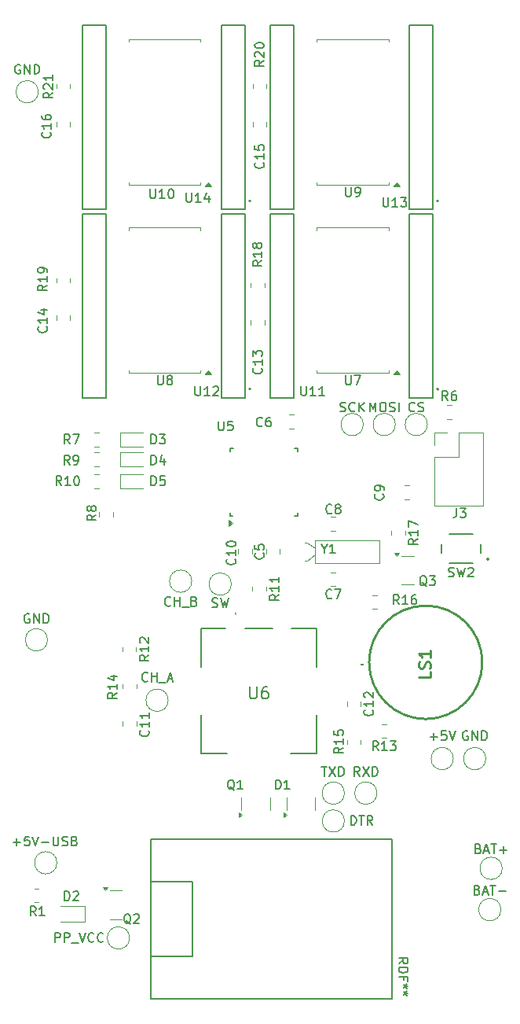
<source format=gbr>
%TF.GenerationSoftware,KiCad,Pcbnew,9.0.0*%
%TF.CreationDate,2025-05-13T23:13:56+02:00*%
%TF.ProjectId,kitchen_timer-hardware,6b697463-6865-46e5-9f74-696d65722d68,rev?*%
%TF.SameCoordinates,Original*%
%TF.FileFunction,Legend,Top*%
%TF.FilePolarity,Positive*%
%FSLAX46Y46*%
G04 Gerber Fmt 4.6, Leading zero omitted, Abs format (unit mm)*
G04 Created by KiCad (PCBNEW 9.0.0) date 2025-05-13 23:13:56*
%MOMM*%
%LPD*%
G01*
G04 APERTURE LIST*
%ADD10C,0.195072*%
%ADD11C,0.254000*%
%ADD12C,0.120000*%
%ADD13C,0.127000*%
%ADD14C,0.200000*%
%ADD15C,0.150000*%
%ADD16C,0.100000*%
G04 APERTURE END LIST*
D10*
X164871733Y-86006036D02*
X164824114Y-86053656D01*
X164824114Y-86053656D02*
X164681257Y-86101275D01*
X164681257Y-86101275D02*
X164586019Y-86101275D01*
X164586019Y-86101275D02*
X164443162Y-86053656D01*
X164443162Y-86053656D02*
X164347924Y-85958417D01*
X164347924Y-85958417D02*
X164300305Y-85863179D01*
X164300305Y-85863179D02*
X164252686Y-85672703D01*
X164252686Y-85672703D02*
X164252686Y-85529846D01*
X164252686Y-85529846D02*
X164300305Y-85339370D01*
X164300305Y-85339370D02*
X164347924Y-85244132D01*
X164347924Y-85244132D02*
X164443162Y-85148894D01*
X164443162Y-85148894D02*
X164586019Y-85101275D01*
X164586019Y-85101275D02*
X164681257Y-85101275D01*
X164681257Y-85101275D02*
X164824114Y-85148894D01*
X164824114Y-85148894D02*
X164871733Y-85196513D01*
X165443162Y-85529846D02*
X165347924Y-85482227D01*
X165347924Y-85482227D02*
X165300305Y-85434608D01*
X165300305Y-85434608D02*
X165252686Y-85339370D01*
X165252686Y-85339370D02*
X165252686Y-85291751D01*
X165252686Y-85291751D02*
X165300305Y-85196513D01*
X165300305Y-85196513D02*
X165347924Y-85148894D01*
X165347924Y-85148894D02*
X165443162Y-85101275D01*
X165443162Y-85101275D02*
X165633638Y-85101275D01*
X165633638Y-85101275D02*
X165728876Y-85148894D01*
X165728876Y-85148894D02*
X165776495Y-85196513D01*
X165776495Y-85196513D02*
X165824114Y-85291751D01*
X165824114Y-85291751D02*
X165824114Y-85339370D01*
X165824114Y-85339370D02*
X165776495Y-85434608D01*
X165776495Y-85434608D02*
X165728876Y-85482227D01*
X165728876Y-85482227D02*
X165633638Y-85529846D01*
X165633638Y-85529846D02*
X165443162Y-85529846D01*
X165443162Y-85529846D02*
X165347924Y-85577465D01*
X165347924Y-85577465D02*
X165300305Y-85625084D01*
X165300305Y-85625084D02*
X165252686Y-85720322D01*
X165252686Y-85720322D02*
X165252686Y-85910798D01*
X165252686Y-85910798D02*
X165300305Y-86006036D01*
X165300305Y-86006036D02*
X165347924Y-86053656D01*
X165347924Y-86053656D02*
X165443162Y-86101275D01*
X165443162Y-86101275D02*
X165633638Y-86101275D01*
X165633638Y-86101275D02*
X165728876Y-86053656D01*
X165728876Y-86053656D02*
X165776495Y-86006036D01*
X165776495Y-86006036D02*
X165824114Y-85910798D01*
X165824114Y-85910798D02*
X165824114Y-85720322D01*
X165824114Y-85720322D02*
X165776495Y-85625084D01*
X165776495Y-85625084D02*
X165728876Y-85577465D01*
X165728876Y-85577465D02*
X165633638Y-85529846D01*
X145402705Y-78582875D02*
X145402705Y-77582875D01*
X145402705Y-77582875D02*
X145640800Y-77582875D01*
X145640800Y-77582875D02*
X145783657Y-77630494D01*
X145783657Y-77630494D02*
X145878895Y-77725732D01*
X145878895Y-77725732D02*
X145926514Y-77820970D01*
X145926514Y-77820970D02*
X145974133Y-78011446D01*
X145974133Y-78011446D02*
X145974133Y-78154303D01*
X145974133Y-78154303D02*
X145926514Y-78344779D01*
X145926514Y-78344779D02*
X145878895Y-78440017D01*
X145878895Y-78440017D02*
X145783657Y-78535256D01*
X145783657Y-78535256D02*
X145640800Y-78582875D01*
X145640800Y-78582875D02*
X145402705Y-78582875D01*
X146307467Y-77582875D02*
X146926514Y-77582875D01*
X146926514Y-77582875D02*
X146593181Y-77963827D01*
X146593181Y-77963827D02*
X146736038Y-77963827D01*
X146736038Y-77963827D02*
X146831276Y-78011446D01*
X146831276Y-78011446D02*
X146878895Y-78059065D01*
X146878895Y-78059065D02*
X146926514Y-78154303D01*
X146926514Y-78154303D02*
X146926514Y-78392398D01*
X146926514Y-78392398D02*
X146878895Y-78487636D01*
X146878895Y-78487636D02*
X146831276Y-78535256D01*
X146831276Y-78535256D02*
X146736038Y-78582875D01*
X146736038Y-78582875D02*
X146450324Y-78582875D01*
X146450324Y-78582875D02*
X146355086Y-78535256D01*
X146355086Y-78535256D02*
X146307467Y-78487636D01*
X169256436Y-107221257D02*
X169304056Y-107268876D01*
X169304056Y-107268876D02*
X169351675Y-107411733D01*
X169351675Y-107411733D02*
X169351675Y-107506971D01*
X169351675Y-107506971D02*
X169304056Y-107649828D01*
X169304056Y-107649828D02*
X169208817Y-107745066D01*
X169208817Y-107745066D02*
X169113579Y-107792685D01*
X169113579Y-107792685D02*
X168923103Y-107840304D01*
X168923103Y-107840304D02*
X168780246Y-107840304D01*
X168780246Y-107840304D02*
X168589770Y-107792685D01*
X168589770Y-107792685D02*
X168494532Y-107745066D01*
X168494532Y-107745066D02*
X168399294Y-107649828D01*
X168399294Y-107649828D02*
X168351675Y-107506971D01*
X168351675Y-107506971D02*
X168351675Y-107411733D01*
X168351675Y-107411733D02*
X168399294Y-107268876D01*
X168399294Y-107268876D02*
X168446913Y-107221257D01*
X169351675Y-106268876D02*
X169351675Y-106840304D01*
X169351675Y-106554590D02*
X168351675Y-106554590D01*
X168351675Y-106554590D02*
X168494532Y-106649828D01*
X168494532Y-106649828D02*
X168589770Y-106745066D01*
X168589770Y-106745066D02*
X168637389Y-106840304D01*
X168446913Y-105887923D02*
X168399294Y-105840304D01*
X168399294Y-105840304D02*
X168351675Y-105745066D01*
X168351675Y-105745066D02*
X168351675Y-105506971D01*
X168351675Y-105506971D02*
X168399294Y-105411733D01*
X168399294Y-105411733D02*
X168446913Y-105364114D01*
X168446913Y-105364114D02*
X168542151Y-105316495D01*
X168542151Y-105316495D02*
X168637389Y-105316495D01*
X168637389Y-105316495D02*
X168780246Y-105364114D01*
X168780246Y-105364114D02*
X169351675Y-105935542D01*
X169351675Y-105935542D02*
X169351675Y-105316495D01*
X141716475Y-105392457D02*
X141240284Y-105725790D01*
X141716475Y-105963885D02*
X140716475Y-105963885D01*
X140716475Y-105963885D02*
X140716475Y-105582933D01*
X140716475Y-105582933D02*
X140764094Y-105487695D01*
X140764094Y-105487695D02*
X140811713Y-105440076D01*
X140811713Y-105440076D02*
X140906951Y-105392457D01*
X140906951Y-105392457D02*
X141049808Y-105392457D01*
X141049808Y-105392457D02*
X141145046Y-105440076D01*
X141145046Y-105440076D02*
X141192665Y-105487695D01*
X141192665Y-105487695D02*
X141240284Y-105582933D01*
X141240284Y-105582933D02*
X141240284Y-105963885D01*
X141716475Y-104440076D02*
X141716475Y-105011504D01*
X141716475Y-104725790D02*
X140716475Y-104725790D01*
X140716475Y-104725790D02*
X140859332Y-104821028D01*
X140859332Y-104821028D02*
X140954570Y-104916266D01*
X140954570Y-104916266D02*
X141002189Y-105011504D01*
X141049808Y-103582933D02*
X141716475Y-103582933D01*
X140668856Y-103821028D02*
X141383141Y-104059123D01*
X141383141Y-104059123D02*
X141383141Y-103440076D01*
X157470836Y-48293257D02*
X157518456Y-48340876D01*
X157518456Y-48340876D02*
X157566075Y-48483733D01*
X157566075Y-48483733D02*
X157566075Y-48578971D01*
X157566075Y-48578971D02*
X157518456Y-48721828D01*
X157518456Y-48721828D02*
X157423217Y-48817066D01*
X157423217Y-48817066D02*
X157327979Y-48864685D01*
X157327979Y-48864685D02*
X157137503Y-48912304D01*
X157137503Y-48912304D02*
X156994646Y-48912304D01*
X156994646Y-48912304D02*
X156804170Y-48864685D01*
X156804170Y-48864685D02*
X156708932Y-48817066D01*
X156708932Y-48817066D02*
X156613694Y-48721828D01*
X156613694Y-48721828D02*
X156566075Y-48578971D01*
X156566075Y-48578971D02*
X156566075Y-48483733D01*
X156566075Y-48483733D02*
X156613694Y-48340876D01*
X156613694Y-48340876D02*
X156661313Y-48293257D01*
X157566075Y-47340876D02*
X157566075Y-47912304D01*
X157566075Y-47626590D02*
X156566075Y-47626590D01*
X156566075Y-47626590D02*
X156708932Y-47721828D01*
X156708932Y-47721828D02*
X156804170Y-47817066D01*
X156804170Y-47817066D02*
X156851789Y-47912304D01*
X156566075Y-46436114D02*
X156566075Y-46912304D01*
X156566075Y-46912304D02*
X157042265Y-46959923D01*
X157042265Y-46959923D02*
X156994646Y-46912304D01*
X156994646Y-46912304D02*
X156947027Y-46817066D01*
X156947027Y-46817066D02*
X156947027Y-46578971D01*
X156947027Y-46578971D02*
X156994646Y-46483733D01*
X156994646Y-46483733D02*
X157042265Y-46436114D01*
X157042265Y-46436114D02*
X157137503Y-46388495D01*
X157137503Y-46388495D02*
X157375598Y-46388495D01*
X157375598Y-46388495D02*
X157470836Y-46436114D01*
X157470836Y-46436114D02*
X157518456Y-46483733D01*
X157518456Y-46483733D02*
X157566075Y-46578971D01*
X157566075Y-46578971D02*
X157566075Y-46817066D01*
X157566075Y-46817066D02*
X157518456Y-46912304D01*
X157518456Y-46912304D02*
X157470836Y-46959923D01*
X177477546Y-92851637D02*
X177620630Y-92899331D01*
X177620630Y-92899331D02*
X177859104Y-92899331D01*
X177859104Y-92899331D02*
X177954494Y-92851637D01*
X177954494Y-92851637D02*
X178002189Y-92803942D01*
X178002189Y-92803942D02*
X178049883Y-92708552D01*
X178049883Y-92708552D02*
X178049883Y-92613162D01*
X178049883Y-92613162D02*
X178002189Y-92517773D01*
X178002189Y-92517773D02*
X177954494Y-92470078D01*
X177954494Y-92470078D02*
X177859104Y-92422383D01*
X177859104Y-92422383D02*
X177668325Y-92374688D01*
X177668325Y-92374688D02*
X177572935Y-92326994D01*
X177572935Y-92326994D02*
X177525241Y-92279299D01*
X177525241Y-92279299D02*
X177477546Y-92183909D01*
X177477546Y-92183909D02*
X177477546Y-92088520D01*
X177477546Y-92088520D02*
X177525241Y-91993130D01*
X177525241Y-91993130D02*
X177572935Y-91945435D01*
X177572935Y-91945435D02*
X177668325Y-91897740D01*
X177668325Y-91897740D02*
X177906799Y-91897740D01*
X177906799Y-91897740D02*
X178049883Y-91945435D01*
X178383747Y-91897740D02*
X178622221Y-92899331D01*
X178622221Y-92899331D02*
X178813000Y-92183909D01*
X178813000Y-92183909D02*
X179003779Y-92899331D01*
X179003779Y-92899331D02*
X179242254Y-91897740D01*
X179576117Y-91993130D02*
X179623812Y-91945435D01*
X179623812Y-91945435D02*
X179719201Y-91897740D01*
X179719201Y-91897740D02*
X179957675Y-91897740D01*
X179957675Y-91897740D02*
X180053065Y-91945435D01*
X180053065Y-91945435D02*
X180100760Y-91993130D01*
X180100760Y-91993130D02*
X180148454Y-92088520D01*
X180148454Y-92088520D02*
X180148454Y-92183909D01*
X180148454Y-92183909D02*
X180100760Y-92326994D01*
X180100760Y-92326994D02*
X179528422Y-92899331D01*
X179528422Y-92899331D02*
X180148454Y-92899331D01*
X178319466Y-85507675D02*
X178319466Y-86221960D01*
X178319466Y-86221960D02*
X178271847Y-86364817D01*
X178271847Y-86364817D02*
X178176609Y-86460056D01*
X178176609Y-86460056D02*
X178033752Y-86507675D01*
X178033752Y-86507675D02*
X177938514Y-86507675D01*
X178700419Y-85507675D02*
X179319466Y-85507675D01*
X179319466Y-85507675D02*
X178986133Y-85888627D01*
X178986133Y-85888627D02*
X179128990Y-85888627D01*
X179128990Y-85888627D02*
X179224228Y-85936246D01*
X179224228Y-85936246D02*
X179271847Y-85983865D01*
X179271847Y-85983865D02*
X179319466Y-86079103D01*
X179319466Y-86079103D02*
X179319466Y-86317198D01*
X179319466Y-86317198D02*
X179271847Y-86412436D01*
X179271847Y-86412436D02*
X179224228Y-86460056D01*
X179224228Y-86460056D02*
X179128990Y-86507675D01*
X179128990Y-86507675D02*
X178843276Y-86507675D01*
X178843276Y-86507675D02*
X178748038Y-86460056D01*
X178748038Y-86460056D02*
X178700419Y-86412436D01*
X166365095Y-50967475D02*
X166365095Y-51776998D01*
X166365095Y-51776998D02*
X166412714Y-51872236D01*
X166412714Y-51872236D02*
X166460333Y-51919856D01*
X166460333Y-51919856D02*
X166555571Y-51967475D01*
X166555571Y-51967475D02*
X166746047Y-51967475D01*
X166746047Y-51967475D02*
X166841285Y-51919856D01*
X166841285Y-51919856D02*
X166888904Y-51872236D01*
X166888904Y-51872236D02*
X166936523Y-51776998D01*
X166936523Y-51776998D02*
X166936523Y-50967475D01*
X167460333Y-51967475D02*
X167650809Y-51967475D01*
X167650809Y-51967475D02*
X167746047Y-51919856D01*
X167746047Y-51919856D02*
X167793666Y-51872236D01*
X167793666Y-51872236D02*
X167888904Y-51729379D01*
X167888904Y-51729379D02*
X167936523Y-51538903D01*
X167936523Y-51538903D02*
X167936523Y-51157951D01*
X167936523Y-51157951D02*
X167888904Y-51062713D01*
X167888904Y-51062713D02*
X167841285Y-51015094D01*
X167841285Y-51015094D02*
X167746047Y-50967475D01*
X167746047Y-50967475D02*
X167555571Y-50967475D01*
X167555571Y-50967475D02*
X167460333Y-51015094D01*
X167460333Y-51015094D02*
X167412714Y-51062713D01*
X167412714Y-51062713D02*
X167365095Y-51157951D01*
X167365095Y-51157951D02*
X167365095Y-51396046D01*
X167365095Y-51396046D02*
X167412714Y-51491284D01*
X167412714Y-51491284D02*
X167460333Y-51538903D01*
X167460333Y-51538903D02*
X167555571Y-51586522D01*
X167555571Y-51586522D02*
X167746047Y-51586522D01*
X167746047Y-51586522D02*
X167841285Y-51538903D01*
X167841285Y-51538903D02*
X167888904Y-51491284D01*
X167888904Y-51491284D02*
X167936523Y-51396046D01*
X169881942Y-111597675D02*
X169548609Y-111121484D01*
X169310514Y-111597675D02*
X169310514Y-110597675D01*
X169310514Y-110597675D02*
X169691466Y-110597675D01*
X169691466Y-110597675D02*
X169786704Y-110645294D01*
X169786704Y-110645294D02*
X169834323Y-110692913D01*
X169834323Y-110692913D02*
X169881942Y-110788151D01*
X169881942Y-110788151D02*
X169881942Y-110931008D01*
X169881942Y-110931008D02*
X169834323Y-111026246D01*
X169834323Y-111026246D02*
X169786704Y-111073865D01*
X169786704Y-111073865D02*
X169691466Y-111121484D01*
X169691466Y-111121484D02*
X169310514Y-111121484D01*
X170834323Y-111597675D02*
X170262895Y-111597675D01*
X170548609Y-111597675D02*
X170548609Y-110597675D01*
X170548609Y-110597675D02*
X170453371Y-110740532D01*
X170453371Y-110740532D02*
X170358133Y-110835770D01*
X170358133Y-110835770D02*
X170262895Y-110883389D01*
X171167657Y-110597675D02*
X171786704Y-110597675D01*
X171786704Y-110597675D02*
X171453371Y-110978627D01*
X171453371Y-110978627D02*
X171596228Y-110978627D01*
X171596228Y-110978627D02*
X171691466Y-111026246D01*
X171691466Y-111026246D02*
X171739085Y-111073865D01*
X171739085Y-111073865D02*
X171786704Y-111169103D01*
X171786704Y-111169103D02*
X171786704Y-111407198D01*
X171786704Y-111407198D02*
X171739085Y-111502436D01*
X171739085Y-111502436D02*
X171691466Y-111550056D01*
X171691466Y-111550056D02*
X171596228Y-111597675D01*
X171596228Y-111597675D02*
X171310514Y-111597675D01*
X171310514Y-111597675D02*
X171215276Y-111550056D01*
X171215276Y-111550056D02*
X171167657Y-111502436D01*
X149195905Y-51566275D02*
X149195905Y-52375798D01*
X149195905Y-52375798D02*
X149243524Y-52471036D01*
X149243524Y-52471036D02*
X149291143Y-52518656D01*
X149291143Y-52518656D02*
X149386381Y-52566275D01*
X149386381Y-52566275D02*
X149576857Y-52566275D01*
X149576857Y-52566275D02*
X149672095Y-52518656D01*
X149672095Y-52518656D02*
X149719714Y-52471036D01*
X149719714Y-52471036D02*
X149767333Y-52375798D01*
X149767333Y-52375798D02*
X149767333Y-51566275D01*
X150767333Y-52566275D02*
X150195905Y-52566275D01*
X150481619Y-52566275D02*
X150481619Y-51566275D01*
X150481619Y-51566275D02*
X150386381Y-51709132D01*
X150386381Y-51709132D02*
X150291143Y-51804370D01*
X150291143Y-51804370D02*
X150195905Y-51851989D01*
X151624476Y-51899608D02*
X151624476Y-52566275D01*
X151386381Y-51518656D02*
X151148286Y-52232941D01*
X151148286Y-52232941D02*
X151767333Y-52232941D01*
X165784686Y-75080856D02*
X165927543Y-75128475D01*
X165927543Y-75128475D02*
X166165638Y-75128475D01*
X166165638Y-75128475D02*
X166260876Y-75080856D01*
X166260876Y-75080856D02*
X166308495Y-75033236D01*
X166308495Y-75033236D02*
X166356114Y-74937998D01*
X166356114Y-74937998D02*
X166356114Y-74842760D01*
X166356114Y-74842760D02*
X166308495Y-74747522D01*
X166308495Y-74747522D02*
X166260876Y-74699903D01*
X166260876Y-74699903D02*
X166165638Y-74652284D01*
X166165638Y-74652284D02*
X165975162Y-74604665D01*
X165975162Y-74604665D02*
X165879924Y-74557046D01*
X165879924Y-74557046D02*
X165832305Y-74509427D01*
X165832305Y-74509427D02*
X165784686Y-74414189D01*
X165784686Y-74414189D02*
X165784686Y-74318951D01*
X165784686Y-74318951D02*
X165832305Y-74223713D01*
X165832305Y-74223713D02*
X165879924Y-74176094D01*
X165879924Y-74176094D02*
X165975162Y-74128475D01*
X165975162Y-74128475D02*
X166213257Y-74128475D01*
X166213257Y-74128475D02*
X166356114Y-74176094D01*
X167356114Y-75033236D02*
X167308495Y-75080856D01*
X167308495Y-75080856D02*
X167165638Y-75128475D01*
X167165638Y-75128475D02*
X167070400Y-75128475D01*
X167070400Y-75128475D02*
X166927543Y-75080856D01*
X166927543Y-75080856D02*
X166832305Y-74985617D01*
X166832305Y-74985617D02*
X166784686Y-74890379D01*
X166784686Y-74890379D02*
X166737067Y-74699903D01*
X166737067Y-74699903D02*
X166737067Y-74557046D01*
X166737067Y-74557046D02*
X166784686Y-74366570D01*
X166784686Y-74366570D02*
X166832305Y-74271332D01*
X166832305Y-74271332D02*
X166927543Y-74176094D01*
X166927543Y-74176094D02*
X167070400Y-74128475D01*
X167070400Y-74128475D02*
X167165638Y-74128475D01*
X167165638Y-74128475D02*
X167308495Y-74176094D01*
X167308495Y-74176094D02*
X167356114Y-74223713D01*
X167784686Y-75128475D02*
X167784686Y-74128475D01*
X168356114Y-75128475D02*
X167927543Y-74557046D01*
X168356114Y-74128475D02*
X167784686Y-74699903D01*
X145402705Y-80818075D02*
X145402705Y-79818075D01*
X145402705Y-79818075D02*
X145640800Y-79818075D01*
X145640800Y-79818075D02*
X145783657Y-79865694D01*
X145783657Y-79865694D02*
X145878895Y-79960932D01*
X145878895Y-79960932D02*
X145926514Y-80056170D01*
X145926514Y-80056170D02*
X145974133Y-80246646D01*
X145974133Y-80246646D02*
X145974133Y-80389503D01*
X145974133Y-80389503D02*
X145926514Y-80579979D01*
X145926514Y-80579979D02*
X145878895Y-80675217D01*
X145878895Y-80675217D02*
X145783657Y-80770456D01*
X145783657Y-80770456D02*
X145640800Y-80818075D01*
X145640800Y-80818075D02*
X145402705Y-80818075D01*
X146831276Y-80151408D02*
X146831276Y-80818075D01*
X146593181Y-79770456D02*
X146355086Y-80484741D01*
X146355086Y-80484741D02*
X146974133Y-80484741D01*
X157470836Y-90350666D02*
X157518456Y-90398285D01*
X157518456Y-90398285D02*
X157566075Y-90541142D01*
X157566075Y-90541142D02*
X157566075Y-90636380D01*
X157566075Y-90636380D02*
X157518456Y-90779237D01*
X157518456Y-90779237D02*
X157423217Y-90874475D01*
X157423217Y-90874475D02*
X157327979Y-90922094D01*
X157327979Y-90922094D02*
X157137503Y-90969713D01*
X157137503Y-90969713D02*
X156994646Y-90969713D01*
X156994646Y-90969713D02*
X156804170Y-90922094D01*
X156804170Y-90922094D02*
X156708932Y-90874475D01*
X156708932Y-90874475D02*
X156613694Y-90779237D01*
X156613694Y-90779237D02*
X156566075Y-90636380D01*
X156566075Y-90636380D02*
X156566075Y-90541142D01*
X156566075Y-90541142D02*
X156613694Y-90398285D01*
X156613694Y-90398285D02*
X156661313Y-90350666D01*
X156566075Y-89445904D02*
X156566075Y-89922094D01*
X156566075Y-89922094D02*
X157042265Y-89969713D01*
X157042265Y-89969713D02*
X156994646Y-89922094D01*
X156994646Y-89922094D02*
X156947027Y-89826856D01*
X156947027Y-89826856D02*
X156947027Y-89588761D01*
X156947027Y-89588761D02*
X156994646Y-89493523D01*
X156994646Y-89493523D02*
X157042265Y-89445904D01*
X157042265Y-89445904D02*
X157137503Y-89398285D01*
X157137503Y-89398285D02*
X157375598Y-89398285D01*
X157375598Y-89398285D02*
X157470836Y-89445904D01*
X157470836Y-89445904D02*
X157518456Y-89493523D01*
X157518456Y-89493523D02*
X157566075Y-89588761D01*
X157566075Y-89588761D02*
X157566075Y-89826856D01*
X157566075Y-89826856D02*
X157518456Y-89922094D01*
X157518456Y-89922094D02*
X157470836Y-89969713D01*
X145309105Y-51166875D02*
X145309105Y-51976398D01*
X145309105Y-51976398D02*
X145356724Y-52071636D01*
X145356724Y-52071636D02*
X145404343Y-52119256D01*
X145404343Y-52119256D02*
X145499581Y-52166875D01*
X145499581Y-52166875D02*
X145690057Y-52166875D01*
X145690057Y-52166875D02*
X145785295Y-52119256D01*
X145785295Y-52119256D02*
X145832914Y-52071636D01*
X145832914Y-52071636D02*
X145880533Y-51976398D01*
X145880533Y-51976398D02*
X145880533Y-51166875D01*
X146880533Y-52166875D02*
X146309105Y-52166875D01*
X146594819Y-52166875D02*
X146594819Y-51166875D01*
X146594819Y-51166875D02*
X146499581Y-51309732D01*
X146499581Y-51309732D02*
X146404343Y-51404970D01*
X146404343Y-51404970D02*
X146309105Y-51452589D01*
X147499581Y-51166875D02*
X147594819Y-51166875D01*
X147594819Y-51166875D02*
X147690057Y-51214494D01*
X147690057Y-51214494D02*
X147737676Y-51262113D01*
X147737676Y-51262113D02*
X147785295Y-51357351D01*
X147785295Y-51357351D02*
X147832914Y-51547827D01*
X147832914Y-51547827D02*
X147832914Y-51785922D01*
X147832914Y-51785922D02*
X147785295Y-51976398D01*
X147785295Y-51976398D02*
X147737676Y-52071636D01*
X147737676Y-52071636D02*
X147690057Y-52119256D01*
X147690057Y-52119256D02*
X147594819Y-52166875D01*
X147594819Y-52166875D02*
X147499581Y-52166875D01*
X147499581Y-52166875D02*
X147404343Y-52119256D01*
X147404343Y-52119256D02*
X147356724Y-52071636D01*
X147356724Y-52071636D02*
X147309105Y-51976398D01*
X147309105Y-51976398D02*
X147261486Y-51785922D01*
X147261486Y-51785922D02*
X147261486Y-51547827D01*
X147261486Y-51547827D02*
X147309105Y-51357351D01*
X147309105Y-51357351D02*
X147356724Y-51262113D01*
X147356724Y-51262113D02*
X147404343Y-51214494D01*
X147404343Y-51214494D02*
X147499581Y-51166875D01*
X147483961Y-95962836D02*
X147436342Y-96010456D01*
X147436342Y-96010456D02*
X147293485Y-96058075D01*
X147293485Y-96058075D02*
X147198247Y-96058075D01*
X147198247Y-96058075D02*
X147055390Y-96010456D01*
X147055390Y-96010456D02*
X146960152Y-95915217D01*
X146960152Y-95915217D02*
X146912533Y-95819979D01*
X146912533Y-95819979D02*
X146864914Y-95629503D01*
X146864914Y-95629503D02*
X146864914Y-95486646D01*
X146864914Y-95486646D02*
X146912533Y-95296170D01*
X146912533Y-95296170D02*
X146960152Y-95200932D01*
X146960152Y-95200932D02*
X147055390Y-95105694D01*
X147055390Y-95105694D02*
X147198247Y-95058075D01*
X147198247Y-95058075D02*
X147293485Y-95058075D01*
X147293485Y-95058075D02*
X147436342Y-95105694D01*
X147436342Y-95105694D02*
X147483961Y-95153313D01*
X147912533Y-96058075D02*
X147912533Y-95058075D01*
X147912533Y-95534265D02*
X148483961Y-95534265D01*
X148483961Y-96058075D02*
X148483961Y-95058075D01*
X148722057Y-96153313D02*
X149483961Y-96153313D01*
X150055390Y-95534265D02*
X150198247Y-95581884D01*
X150198247Y-95581884D02*
X150245866Y-95629503D01*
X150245866Y-95629503D02*
X150293485Y-95724741D01*
X150293485Y-95724741D02*
X150293485Y-95867598D01*
X150293485Y-95867598D02*
X150245866Y-95962836D01*
X150245866Y-95962836D02*
X150198247Y-96010456D01*
X150198247Y-96010456D02*
X150103009Y-96058075D01*
X150103009Y-96058075D02*
X149722057Y-96058075D01*
X149722057Y-96058075D02*
X149722057Y-95058075D01*
X149722057Y-95058075D02*
X150055390Y-95058075D01*
X150055390Y-95058075D02*
X150150628Y-95105694D01*
X150150628Y-95105694D02*
X150198247Y-95153313D01*
X150198247Y-95153313D02*
X150245866Y-95248551D01*
X150245866Y-95248551D02*
X150245866Y-95343789D01*
X150245866Y-95343789D02*
X150198247Y-95439027D01*
X150198247Y-95439027D02*
X150150628Y-95486646D01*
X150150628Y-95486646D02*
X150055390Y-95534265D01*
X150055390Y-95534265D02*
X149722057Y-95534265D01*
X170399905Y-52074275D02*
X170399905Y-52883798D01*
X170399905Y-52883798D02*
X170447524Y-52979036D01*
X170447524Y-52979036D02*
X170495143Y-53026656D01*
X170495143Y-53026656D02*
X170590381Y-53074275D01*
X170590381Y-53074275D02*
X170780857Y-53074275D01*
X170780857Y-53074275D02*
X170876095Y-53026656D01*
X170876095Y-53026656D02*
X170923714Y-52979036D01*
X170923714Y-52979036D02*
X170971333Y-52883798D01*
X170971333Y-52883798D02*
X170971333Y-52074275D01*
X171971333Y-53074275D02*
X171399905Y-53074275D01*
X171685619Y-53074275D02*
X171685619Y-52074275D01*
X171685619Y-52074275D02*
X171590381Y-52217132D01*
X171590381Y-52217132D02*
X171495143Y-52312370D01*
X171495143Y-52312370D02*
X171399905Y-52359989D01*
X172304667Y-52074275D02*
X172923714Y-52074275D01*
X172923714Y-52074275D02*
X172590381Y-52455227D01*
X172590381Y-52455227D02*
X172733238Y-52455227D01*
X172733238Y-52455227D02*
X172828476Y-52502846D01*
X172828476Y-52502846D02*
X172876095Y-52550465D01*
X172876095Y-52550465D02*
X172923714Y-52645703D01*
X172923714Y-52645703D02*
X172923714Y-52883798D01*
X172923714Y-52883798D02*
X172876095Y-52979036D01*
X172876095Y-52979036D02*
X172828476Y-53026656D01*
X172828476Y-53026656D02*
X172733238Y-53074275D01*
X172733238Y-53074275D02*
X172447524Y-53074275D01*
X172447524Y-53074275D02*
X172352286Y-53026656D01*
X172352286Y-53026656D02*
X172304667Y-52979036D01*
X166943543Y-119629275D02*
X166943543Y-118629275D01*
X166943543Y-118629275D02*
X167181638Y-118629275D01*
X167181638Y-118629275D02*
X167324495Y-118676894D01*
X167324495Y-118676894D02*
X167419733Y-118772132D01*
X167419733Y-118772132D02*
X167467352Y-118867370D01*
X167467352Y-118867370D02*
X167514971Y-119057846D01*
X167514971Y-119057846D02*
X167514971Y-119200703D01*
X167514971Y-119200703D02*
X167467352Y-119391179D01*
X167467352Y-119391179D02*
X167419733Y-119486417D01*
X167419733Y-119486417D02*
X167324495Y-119581656D01*
X167324495Y-119581656D02*
X167181638Y-119629275D01*
X167181638Y-119629275D02*
X166943543Y-119629275D01*
X167800686Y-118629275D02*
X168372114Y-118629275D01*
X168086400Y-119629275D02*
X168086400Y-118629275D01*
X169276876Y-119629275D02*
X168943543Y-119153084D01*
X168705448Y-119629275D02*
X168705448Y-118629275D01*
X168705448Y-118629275D02*
X169086400Y-118629275D01*
X169086400Y-118629275D02*
X169181638Y-118676894D01*
X169181638Y-118676894D02*
X169229257Y-118724513D01*
X169229257Y-118724513D02*
X169276876Y-118819751D01*
X169276876Y-118819751D02*
X169276876Y-118962608D01*
X169276876Y-118962608D02*
X169229257Y-119057846D01*
X169229257Y-119057846D02*
X169181638Y-119105465D01*
X169181638Y-119105465D02*
X169086400Y-119153084D01*
X169086400Y-119153084D02*
X168705448Y-119153084D01*
X175492686Y-110104322D02*
X176254591Y-110104322D01*
X175873638Y-110485275D02*
X175873638Y-109723370D01*
X177206971Y-109485275D02*
X176730781Y-109485275D01*
X176730781Y-109485275D02*
X176683162Y-109961465D01*
X176683162Y-109961465D02*
X176730781Y-109913846D01*
X176730781Y-109913846D02*
X176826019Y-109866227D01*
X176826019Y-109866227D02*
X177064114Y-109866227D01*
X177064114Y-109866227D02*
X177159352Y-109913846D01*
X177159352Y-109913846D02*
X177206971Y-109961465D01*
X177206971Y-109961465D02*
X177254590Y-110056703D01*
X177254590Y-110056703D02*
X177254590Y-110294798D01*
X177254590Y-110294798D02*
X177206971Y-110390036D01*
X177206971Y-110390036D02*
X177159352Y-110437656D01*
X177159352Y-110437656D02*
X177064114Y-110485275D01*
X177064114Y-110485275D02*
X176826019Y-110485275D01*
X176826019Y-110485275D02*
X176730781Y-110437656D01*
X176730781Y-110437656D02*
X176683162Y-110390036D01*
X177540305Y-109485275D02*
X177873638Y-110485275D01*
X177873638Y-110485275D02*
X178206971Y-109485275D01*
D11*
X175506518Y-103130428D02*
X175506518Y-103735190D01*
X175506518Y-103735190D02*
X174236518Y-103735190D01*
X175446042Y-102767571D02*
X175506518Y-102586142D01*
X175506518Y-102586142D02*
X175506518Y-102283761D01*
X175506518Y-102283761D02*
X175446042Y-102162809D01*
X175446042Y-102162809D02*
X175385565Y-102102333D01*
X175385565Y-102102333D02*
X175264613Y-102041856D01*
X175264613Y-102041856D02*
X175143661Y-102041856D01*
X175143661Y-102041856D02*
X175022708Y-102102333D01*
X175022708Y-102102333D02*
X174962232Y-102162809D01*
X174962232Y-102162809D02*
X174901756Y-102283761D01*
X174901756Y-102283761D02*
X174841280Y-102525666D01*
X174841280Y-102525666D02*
X174780803Y-102646618D01*
X174780803Y-102646618D02*
X174720327Y-102707095D01*
X174720327Y-102707095D02*
X174599375Y-102767571D01*
X174599375Y-102767571D02*
X174478422Y-102767571D01*
X174478422Y-102767571D02*
X174357470Y-102707095D01*
X174357470Y-102707095D02*
X174296994Y-102646618D01*
X174296994Y-102646618D02*
X174236518Y-102525666D01*
X174236518Y-102525666D02*
X174236518Y-102223285D01*
X174236518Y-102223285D02*
X174296994Y-102041856D01*
X175506518Y-100832332D02*
X175506518Y-101558047D01*
X175506518Y-101195190D02*
X174236518Y-101195190D01*
X174236518Y-101195190D02*
X174417946Y-101316142D01*
X174417946Y-101316142D02*
X174538899Y-101437094D01*
X174538899Y-101437094D02*
X174599375Y-101558047D01*
D10*
X164058609Y-89885084D02*
X164058609Y-90361275D01*
X163725276Y-89361275D02*
X164058609Y-89885084D01*
X164058609Y-89885084D02*
X164391942Y-89361275D01*
X165249085Y-90361275D02*
X164677657Y-90361275D01*
X164963371Y-90361275D02*
X164963371Y-89361275D01*
X164963371Y-89361275D02*
X164868133Y-89504132D01*
X164868133Y-89504132D02*
X164772895Y-89599370D01*
X164772895Y-89599370D02*
X164677657Y-89646989D01*
X132969333Y-129382875D02*
X132636000Y-128906684D01*
X132397905Y-129382875D02*
X132397905Y-128382875D01*
X132397905Y-128382875D02*
X132778857Y-128382875D01*
X132778857Y-128382875D02*
X132874095Y-128430494D01*
X132874095Y-128430494D02*
X132921714Y-128478113D01*
X132921714Y-128478113D02*
X132969333Y-128573351D01*
X132969333Y-128573351D02*
X132969333Y-128716208D01*
X132969333Y-128716208D02*
X132921714Y-128811446D01*
X132921714Y-128811446D02*
X132874095Y-128859065D01*
X132874095Y-128859065D02*
X132778857Y-128906684D01*
X132778857Y-128906684D02*
X132397905Y-128906684D01*
X133921714Y-129382875D02*
X133350286Y-129382875D01*
X133636000Y-129382875D02*
X133636000Y-128382875D01*
X133636000Y-128382875D02*
X133540762Y-128525732D01*
X133540762Y-128525732D02*
X133445524Y-128620970D01*
X133445524Y-128620970D02*
X133350286Y-128668589D01*
X154376761Y-115863713D02*
X154281523Y-115816094D01*
X154281523Y-115816094D02*
X154186285Y-115720856D01*
X154186285Y-115720856D02*
X154043428Y-115577998D01*
X154043428Y-115577998D02*
X153948190Y-115530379D01*
X153948190Y-115530379D02*
X153852952Y-115530379D01*
X153900571Y-115768475D02*
X153805333Y-115720856D01*
X153805333Y-115720856D02*
X153710095Y-115625617D01*
X153710095Y-115625617D02*
X153662476Y-115435141D01*
X153662476Y-115435141D02*
X153662476Y-115101808D01*
X153662476Y-115101808D02*
X153710095Y-114911332D01*
X153710095Y-114911332D02*
X153805333Y-114816094D01*
X153805333Y-114816094D02*
X153900571Y-114768475D01*
X153900571Y-114768475D02*
X154091047Y-114768475D01*
X154091047Y-114768475D02*
X154186285Y-114816094D01*
X154186285Y-114816094D02*
X154281523Y-114911332D01*
X154281523Y-114911332D02*
X154329142Y-115101808D01*
X154329142Y-115101808D02*
X154329142Y-115435141D01*
X154329142Y-115435141D02*
X154281523Y-115625617D01*
X154281523Y-115625617D02*
X154186285Y-115720856D01*
X154186285Y-115720856D02*
X154091047Y-115768475D01*
X154091047Y-115768475D02*
X153900571Y-115768475D01*
X155281523Y-115768475D02*
X154710095Y-115768475D01*
X154995809Y-115768475D02*
X154995809Y-114768475D01*
X154995809Y-114768475D02*
X154900571Y-114911332D01*
X154900571Y-114911332D02*
X154805333Y-115006570D01*
X154805333Y-115006570D02*
X154710095Y-115054189D01*
X175103161Y-93918113D02*
X175007923Y-93870494D01*
X175007923Y-93870494D02*
X174912685Y-93775256D01*
X174912685Y-93775256D02*
X174769828Y-93632398D01*
X174769828Y-93632398D02*
X174674590Y-93584779D01*
X174674590Y-93584779D02*
X174579352Y-93584779D01*
X174626971Y-93822875D02*
X174531733Y-93775256D01*
X174531733Y-93775256D02*
X174436495Y-93680017D01*
X174436495Y-93680017D02*
X174388876Y-93489541D01*
X174388876Y-93489541D02*
X174388876Y-93156208D01*
X174388876Y-93156208D02*
X174436495Y-92965732D01*
X174436495Y-92965732D02*
X174531733Y-92870494D01*
X174531733Y-92870494D02*
X174626971Y-92822875D01*
X174626971Y-92822875D02*
X174817447Y-92822875D01*
X174817447Y-92822875D02*
X174912685Y-92870494D01*
X174912685Y-92870494D02*
X175007923Y-92965732D01*
X175007923Y-92965732D02*
X175055542Y-93156208D01*
X175055542Y-93156208D02*
X175055542Y-93489541D01*
X175055542Y-93489541D02*
X175007923Y-93680017D01*
X175007923Y-93680017D02*
X174912685Y-93775256D01*
X174912685Y-93775256D02*
X174817447Y-93822875D01*
X174817447Y-93822875D02*
X174626971Y-93822875D01*
X175388876Y-92822875D02*
X176007923Y-92822875D01*
X176007923Y-92822875D02*
X175674590Y-93203827D01*
X175674590Y-93203827D02*
X175817447Y-93203827D01*
X175817447Y-93203827D02*
X175912685Y-93251446D01*
X175912685Y-93251446D02*
X175960304Y-93299065D01*
X175960304Y-93299065D02*
X176007923Y-93394303D01*
X176007923Y-93394303D02*
X176007923Y-93632398D01*
X176007923Y-93632398D02*
X175960304Y-93727636D01*
X175960304Y-93727636D02*
X175912685Y-93775256D01*
X175912685Y-93775256D02*
X175817447Y-93822875D01*
X175817447Y-93822875D02*
X175531733Y-93822875D01*
X175531733Y-93822875D02*
X175436495Y-93775256D01*
X175436495Y-93775256D02*
X175388876Y-93727636D01*
X157267636Y-70442057D02*
X157315256Y-70489676D01*
X157315256Y-70489676D02*
X157362875Y-70632533D01*
X157362875Y-70632533D02*
X157362875Y-70727771D01*
X157362875Y-70727771D02*
X157315256Y-70870628D01*
X157315256Y-70870628D02*
X157220017Y-70965866D01*
X157220017Y-70965866D02*
X157124779Y-71013485D01*
X157124779Y-71013485D02*
X156934303Y-71061104D01*
X156934303Y-71061104D02*
X156791446Y-71061104D01*
X156791446Y-71061104D02*
X156600970Y-71013485D01*
X156600970Y-71013485D02*
X156505732Y-70965866D01*
X156505732Y-70965866D02*
X156410494Y-70870628D01*
X156410494Y-70870628D02*
X156362875Y-70727771D01*
X156362875Y-70727771D02*
X156362875Y-70632533D01*
X156362875Y-70632533D02*
X156410494Y-70489676D01*
X156410494Y-70489676D02*
X156458113Y-70442057D01*
X157362875Y-69489676D02*
X157362875Y-70061104D01*
X157362875Y-69775390D02*
X156362875Y-69775390D01*
X156362875Y-69775390D02*
X156505732Y-69870628D01*
X156505732Y-69870628D02*
X156600970Y-69965866D01*
X156600970Y-69965866D02*
X156648589Y-70061104D01*
X156362875Y-69156342D02*
X156362875Y-68537295D01*
X156362875Y-68537295D02*
X156743827Y-68870628D01*
X156743827Y-68870628D02*
X156743827Y-68727771D01*
X156743827Y-68727771D02*
X156791446Y-68632533D01*
X156791446Y-68632533D02*
X156839065Y-68584914D01*
X156839065Y-68584914D02*
X156934303Y-68537295D01*
X156934303Y-68537295D02*
X157172398Y-68537295D01*
X157172398Y-68537295D02*
X157267636Y-68584914D01*
X157267636Y-68584914D02*
X157315256Y-68632533D01*
X157315256Y-68632533D02*
X157362875Y-68727771D01*
X157362875Y-68727771D02*
X157362875Y-69013485D01*
X157362875Y-69013485D02*
X157315256Y-69108723D01*
X157315256Y-69108723D02*
X157267636Y-69156342D01*
X145016190Y-104090836D02*
X144968571Y-104138456D01*
X144968571Y-104138456D02*
X144825714Y-104186075D01*
X144825714Y-104186075D02*
X144730476Y-104186075D01*
X144730476Y-104186075D02*
X144587619Y-104138456D01*
X144587619Y-104138456D02*
X144492381Y-104043217D01*
X144492381Y-104043217D02*
X144444762Y-103947979D01*
X144444762Y-103947979D02*
X144397143Y-103757503D01*
X144397143Y-103757503D02*
X144397143Y-103614646D01*
X144397143Y-103614646D02*
X144444762Y-103424170D01*
X144444762Y-103424170D02*
X144492381Y-103328932D01*
X144492381Y-103328932D02*
X144587619Y-103233694D01*
X144587619Y-103233694D02*
X144730476Y-103186075D01*
X144730476Y-103186075D02*
X144825714Y-103186075D01*
X144825714Y-103186075D02*
X144968571Y-103233694D01*
X144968571Y-103233694D02*
X145016190Y-103281313D01*
X145444762Y-104186075D02*
X145444762Y-103186075D01*
X145444762Y-103662265D02*
X146016190Y-103662265D01*
X146016190Y-104186075D02*
X146016190Y-103186075D01*
X146254286Y-104281313D02*
X147016190Y-104281313D01*
X147206667Y-103900360D02*
X147682857Y-103900360D01*
X147111429Y-104186075D02*
X147444762Y-103186075D01*
X147444762Y-103186075D02*
X147778095Y-104186075D01*
X159191675Y-94826057D02*
X158715484Y-95159390D01*
X159191675Y-95397485D02*
X158191675Y-95397485D01*
X158191675Y-95397485D02*
X158191675Y-95016533D01*
X158191675Y-95016533D02*
X158239294Y-94921295D01*
X158239294Y-94921295D02*
X158286913Y-94873676D01*
X158286913Y-94873676D02*
X158382151Y-94826057D01*
X158382151Y-94826057D02*
X158525008Y-94826057D01*
X158525008Y-94826057D02*
X158620246Y-94873676D01*
X158620246Y-94873676D02*
X158667865Y-94921295D01*
X158667865Y-94921295D02*
X158715484Y-95016533D01*
X158715484Y-95016533D02*
X158715484Y-95397485D01*
X159191675Y-93873676D02*
X159191675Y-94445104D01*
X159191675Y-94159390D02*
X158191675Y-94159390D01*
X158191675Y-94159390D02*
X158334532Y-94254628D01*
X158334532Y-94254628D02*
X158429770Y-94349866D01*
X158429770Y-94349866D02*
X158477389Y-94445104D01*
X159191675Y-92921295D02*
X159191675Y-93492723D01*
X159191675Y-93207009D02*
X158191675Y-93207009D01*
X158191675Y-93207009D02*
X158334532Y-93302247D01*
X158334532Y-93302247D02*
X158429770Y-93397485D01*
X158429770Y-93397485D02*
X158477389Y-93492723D01*
X166100475Y-111285257D02*
X165624284Y-111618590D01*
X166100475Y-111856685D02*
X165100475Y-111856685D01*
X165100475Y-111856685D02*
X165100475Y-111475733D01*
X165100475Y-111475733D02*
X165148094Y-111380495D01*
X165148094Y-111380495D02*
X165195713Y-111332876D01*
X165195713Y-111332876D02*
X165290951Y-111285257D01*
X165290951Y-111285257D02*
X165433808Y-111285257D01*
X165433808Y-111285257D02*
X165529046Y-111332876D01*
X165529046Y-111332876D02*
X165576665Y-111380495D01*
X165576665Y-111380495D02*
X165624284Y-111475733D01*
X165624284Y-111475733D02*
X165624284Y-111856685D01*
X166100475Y-110332876D02*
X166100475Y-110904304D01*
X166100475Y-110618590D02*
X165100475Y-110618590D01*
X165100475Y-110618590D02*
X165243332Y-110713828D01*
X165243332Y-110713828D02*
X165338570Y-110809066D01*
X165338570Y-110809066D02*
X165386189Y-110904304D01*
X165100475Y-109428114D02*
X165100475Y-109904304D01*
X165100475Y-109904304D02*
X165576665Y-109951923D01*
X165576665Y-109951923D02*
X165529046Y-109904304D01*
X165529046Y-109904304D02*
X165481427Y-109809066D01*
X165481427Y-109809066D02*
X165481427Y-109570971D01*
X165481427Y-109570971D02*
X165529046Y-109475733D01*
X165529046Y-109475733D02*
X165576665Y-109428114D01*
X165576665Y-109428114D02*
X165671903Y-109380495D01*
X165671903Y-109380495D02*
X165909998Y-109380495D01*
X165909998Y-109380495D02*
X166005236Y-109428114D01*
X166005236Y-109428114D02*
X166052856Y-109475733D01*
X166052856Y-109475733D02*
X166100475Y-109570971D01*
X166100475Y-109570971D02*
X166100475Y-109809066D01*
X166100475Y-109809066D02*
X166052856Y-109904304D01*
X166052856Y-109904304D02*
X166005236Y-109951923D01*
X135034971Y-132227675D02*
X135034971Y-131227675D01*
X135034971Y-131227675D02*
X135415923Y-131227675D01*
X135415923Y-131227675D02*
X135511161Y-131275294D01*
X135511161Y-131275294D02*
X135558780Y-131322913D01*
X135558780Y-131322913D02*
X135606399Y-131418151D01*
X135606399Y-131418151D02*
X135606399Y-131561008D01*
X135606399Y-131561008D02*
X135558780Y-131656246D01*
X135558780Y-131656246D02*
X135511161Y-131703865D01*
X135511161Y-131703865D02*
X135415923Y-131751484D01*
X135415923Y-131751484D02*
X135034971Y-131751484D01*
X136034971Y-132227675D02*
X136034971Y-131227675D01*
X136034971Y-131227675D02*
X136415923Y-131227675D01*
X136415923Y-131227675D02*
X136511161Y-131275294D01*
X136511161Y-131275294D02*
X136558780Y-131322913D01*
X136558780Y-131322913D02*
X136606399Y-131418151D01*
X136606399Y-131418151D02*
X136606399Y-131561008D01*
X136606399Y-131561008D02*
X136558780Y-131656246D01*
X136558780Y-131656246D02*
X136511161Y-131703865D01*
X136511161Y-131703865D02*
X136415923Y-131751484D01*
X136415923Y-131751484D02*
X136034971Y-131751484D01*
X136796876Y-132322913D02*
X137558780Y-132322913D01*
X137654019Y-131227675D02*
X137987352Y-132227675D01*
X137987352Y-132227675D02*
X138320685Y-131227675D01*
X139225447Y-132132436D02*
X139177828Y-132180056D01*
X139177828Y-132180056D02*
X139034971Y-132227675D01*
X139034971Y-132227675D02*
X138939733Y-132227675D01*
X138939733Y-132227675D02*
X138796876Y-132180056D01*
X138796876Y-132180056D02*
X138701638Y-132084817D01*
X138701638Y-132084817D02*
X138654019Y-131989579D01*
X138654019Y-131989579D02*
X138606400Y-131799103D01*
X138606400Y-131799103D02*
X138606400Y-131656246D01*
X138606400Y-131656246D02*
X138654019Y-131465770D01*
X138654019Y-131465770D02*
X138701638Y-131370532D01*
X138701638Y-131370532D02*
X138796876Y-131275294D01*
X138796876Y-131275294D02*
X138939733Y-131227675D01*
X138939733Y-131227675D02*
X139034971Y-131227675D01*
X139034971Y-131227675D02*
X139177828Y-131275294D01*
X139177828Y-131275294D02*
X139225447Y-131322913D01*
X140225447Y-132132436D02*
X140177828Y-132180056D01*
X140177828Y-132180056D02*
X140034971Y-132227675D01*
X140034971Y-132227675D02*
X139939733Y-132227675D01*
X139939733Y-132227675D02*
X139796876Y-132180056D01*
X139796876Y-132180056D02*
X139701638Y-132084817D01*
X139701638Y-132084817D02*
X139654019Y-131989579D01*
X139654019Y-131989579D02*
X139606400Y-131799103D01*
X139606400Y-131799103D02*
X139606400Y-131656246D01*
X139606400Y-131656246D02*
X139654019Y-131465770D01*
X139654019Y-131465770D02*
X139701638Y-131370532D01*
X139701638Y-131370532D02*
X139796876Y-131275294D01*
X139796876Y-131275294D02*
X139939733Y-131227675D01*
X139939733Y-131227675D02*
X140034971Y-131227675D01*
X140034971Y-131227675D02*
X140177828Y-131275294D01*
X140177828Y-131275294D02*
X140225447Y-131322913D01*
X154422836Y-90965257D02*
X154470456Y-91012876D01*
X154470456Y-91012876D02*
X154518075Y-91155733D01*
X154518075Y-91155733D02*
X154518075Y-91250971D01*
X154518075Y-91250971D02*
X154470456Y-91393828D01*
X154470456Y-91393828D02*
X154375217Y-91489066D01*
X154375217Y-91489066D02*
X154279979Y-91536685D01*
X154279979Y-91536685D02*
X154089503Y-91584304D01*
X154089503Y-91584304D02*
X153946646Y-91584304D01*
X153946646Y-91584304D02*
X153756170Y-91536685D01*
X153756170Y-91536685D02*
X153660932Y-91489066D01*
X153660932Y-91489066D02*
X153565694Y-91393828D01*
X153565694Y-91393828D02*
X153518075Y-91250971D01*
X153518075Y-91250971D02*
X153518075Y-91155733D01*
X153518075Y-91155733D02*
X153565694Y-91012876D01*
X153565694Y-91012876D02*
X153613313Y-90965257D01*
X154518075Y-90012876D02*
X154518075Y-90584304D01*
X154518075Y-90298590D02*
X153518075Y-90298590D01*
X153518075Y-90298590D02*
X153660932Y-90393828D01*
X153660932Y-90393828D02*
X153756170Y-90489066D01*
X153756170Y-90489066D02*
X153803789Y-90584304D01*
X153518075Y-89393828D02*
X153518075Y-89298590D01*
X153518075Y-89298590D02*
X153565694Y-89203352D01*
X153565694Y-89203352D02*
X153613313Y-89155733D01*
X153613313Y-89155733D02*
X153708551Y-89108114D01*
X153708551Y-89108114D02*
X153899027Y-89060495D01*
X153899027Y-89060495D02*
X154137122Y-89060495D01*
X154137122Y-89060495D02*
X154327598Y-89108114D01*
X154327598Y-89108114D02*
X154422836Y-89155733D01*
X154422836Y-89155733D02*
X154470456Y-89203352D01*
X154470456Y-89203352D02*
X154518075Y-89298590D01*
X154518075Y-89298590D02*
X154518075Y-89393828D01*
X154518075Y-89393828D02*
X154470456Y-89489066D01*
X154470456Y-89489066D02*
X154422836Y-89536685D01*
X154422836Y-89536685D02*
X154327598Y-89584304D01*
X154327598Y-89584304D02*
X154137122Y-89631923D01*
X154137122Y-89631923D02*
X153899027Y-89631923D01*
X153899027Y-89631923D02*
X153708551Y-89584304D01*
X153708551Y-89584304D02*
X153613313Y-89536685D01*
X153613313Y-89536685D02*
X153565694Y-89489066D01*
X153565694Y-89489066D02*
X153518075Y-89393828D01*
X179516495Y-109532894D02*
X179421257Y-109485275D01*
X179421257Y-109485275D02*
X179278400Y-109485275D01*
X179278400Y-109485275D02*
X179135543Y-109532894D01*
X179135543Y-109532894D02*
X179040305Y-109628132D01*
X179040305Y-109628132D02*
X178992686Y-109723370D01*
X178992686Y-109723370D02*
X178945067Y-109913846D01*
X178945067Y-109913846D02*
X178945067Y-110056703D01*
X178945067Y-110056703D02*
X178992686Y-110247179D01*
X178992686Y-110247179D02*
X179040305Y-110342417D01*
X179040305Y-110342417D02*
X179135543Y-110437656D01*
X179135543Y-110437656D02*
X179278400Y-110485275D01*
X179278400Y-110485275D02*
X179373638Y-110485275D01*
X179373638Y-110485275D02*
X179516495Y-110437656D01*
X179516495Y-110437656D02*
X179564114Y-110390036D01*
X179564114Y-110390036D02*
X179564114Y-110056703D01*
X179564114Y-110056703D02*
X179373638Y-110056703D01*
X179992686Y-110485275D02*
X179992686Y-109485275D01*
X179992686Y-109485275D02*
X180564114Y-110485275D01*
X180564114Y-110485275D02*
X180564114Y-109485275D01*
X181040305Y-110485275D02*
X181040305Y-109485275D01*
X181040305Y-109485275D02*
X181278400Y-109485275D01*
X181278400Y-109485275D02*
X181421257Y-109532894D01*
X181421257Y-109532894D02*
X181516495Y-109628132D01*
X181516495Y-109628132D02*
X181564114Y-109723370D01*
X181564114Y-109723370D02*
X181611733Y-109913846D01*
X181611733Y-109913846D02*
X181611733Y-110056703D01*
X181611733Y-110056703D02*
X181564114Y-110247179D01*
X181564114Y-110247179D02*
X181516495Y-110342417D01*
X181516495Y-110342417D02*
X181421257Y-110437656D01*
X181421257Y-110437656D02*
X181278400Y-110485275D01*
X181278400Y-110485275D02*
X181040305Y-110485275D01*
X145075636Y-109456457D02*
X145123256Y-109504076D01*
X145123256Y-109504076D02*
X145170875Y-109646933D01*
X145170875Y-109646933D02*
X145170875Y-109742171D01*
X145170875Y-109742171D02*
X145123256Y-109885028D01*
X145123256Y-109885028D02*
X145028017Y-109980266D01*
X145028017Y-109980266D02*
X144932779Y-110027885D01*
X144932779Y-110027885D02*
X144742303Y-110075504D01*
X144742303Y-110075504D02*
X144599446Y-110075504D01*
X144599446Y-110075504D02*
X144408970Y-110027885D01*
X144408970Y-110027885D02*
X144313732Y-109980266D01*
X144313732Y-109980266D02*
X144218494Y-109885028D01*
X144218494Y-109885028D02*
X144170875Y-109742171D01*
X144170875Y-109742171D02*
X144170875Y-109646933D01*
X144170875Y-109646933D02*
X144218494Y-109504076D01*
X144218494Y-109504076D02*
X144266113Y-109456457D01*
X145170875Y-108504076D02*
X145170875Y-109075504D01*
X145170875Y-108789790D02*
X144170875Y-108789790D01*
X144170875Y-108789790D02*
X144313732Y-108885028D01*
X144313732Y-108885028D02*
X144408970Y-108980266D01*
X144408970Y-108980266D02*
X144456589Y-109075504D01*
X145170875Y-107551695D02*
X145170875Y-108123123D01*
X145170875Y-107837409D02*
X144170875Y-107837409D01*
X144170875Y-107837409D02*
X144313732Y-107932647D01*
X144313732Y-107932647D02*
X144408970Y-108027885D01*
X144408970Y-108027885D02*
X144456589Y-108123123D01*
X136626933Y-78582875D02*
X136293600Y-78106684D01*
X136055505Y-78582875D02*
X136055505Y-77582875D01*
X136055505Y-77582875D02*
X136436457Y-77582875D01*
X136436457Y-77582875D02*
X136531695Y-77630494D01*
X136531695Y-77630494D02*
X136579314Y-77678113D01*
X136579314Y-77678113D02*
X136626933Y-77773351D01*
X136626933Y-77773351D02*
X136626933Y-77916208D01*
X136626933Y-77916208D02*
X136579314Y-78011446D01*
X136579314Y-78011446D02*
X136531695Y-78059065D01*
X136531695Y-78059065D02*
X136436457Y-78106684D01*
X136436457Y-78106684D02*
X136055505Y-78106684D01*
X136960267Y-77582875D02*
X137626933Y-77582875D01*
X137626933Y-77582875D02*
X137198362Y-78582875D01*
X131278095Y-37803294D02*
X131182857Y-37755675D01*
X131182857Y-37755675D02*
X131040000Y-37755675D01*
X131040000Y-37755675D02*
X130897143Y-37803294D01*
X130897143Y-37803294D02*
X130801905Y-37898532D01*
X130801905Y-37898532D02*
X130754286Y-37993770D01*
X130754286Y-37993770D02*
X130706667Y-38184246D01*
X130706667Y-38184246D02*
X130706667Y-38327103D01*
X130706667Y-38327103D02*
X130754286Y-38517579D01*
X130754286Y-38517579D02*
X130801905Y-38612817D01*
X130801905Y-38612817D02*
X130897143Y-38708056D01*
X130897143Y-38708056D02*
X131040000Y-38755675D01*
X131040000Y-38755675D02*
X131135238Y-38755675D01*
X131135238Y-38755675D02*
X131278095Y-38708056D01*
X131278095Y-38708056D02*
X131325714Y-38660436D01*
X131325714Y-38660436D02*
X131325714Y-38327103D01*
X131325714Y-38327103D02*
X131135238Y-38327103D01*
X131754286Y-38755675D02*
X131754286Y-37755675D01*
X131754286Y-37755675D02*
X132325714Y-38755675D01*
X132325714Y-38755675D02*
X132325714Y-37755675D01*
X132801905Y-38755675D02*
X132801905Y-37755675D01*
X132801905Y-37755675D02*
X133040000Y-37755675D01*
X133040000Y-37755675D02*
X133182857Y-37803294D01*
X133182857Y-37803294D02*
X133278095Y-37898532D01*
X133278095Y-37898532D02*
X133325714Y-37993770D01*
X133325714Y-37993770D02*
X133373333Y-38184246D01*
X133373333Y-38184246D02*
X133373333Y-38327103D01*
X133373333Y-38327103D02*
X133325714Y-38517579D01*
X133325714Y-38517579D02*
X133278095Y-38612817D01*
X133278095Y-38612817D02*
X133182857Y-38708056D01*
X133182857Y-38708056D02*
X133040000Y-38755675D01*
X133040000Y-38755675D02*
X132801905Y-38755675D01*
X172079724Y-134541859D02*
X172555915Y-134208526D01*
X172079724Y-133970431D02*
X173079724Y-133970431D01*
X173079724Y-133970431D02*
X173079724Y-134351383D01*
X173079724Y-134351383D02*
X173032105Y-134446621D01*
X173032105Y-134446621D02*
X172984486Y-134494240D01*
X172984486Y-134494240D02*
X172889248Y-134541859D01*
X172889248Y-134541859D02*
X172746391Y-134541859D01*
X172746391Y-134541859D02*
X172651153Y-134494240D01*
X172651153Y-134494240D02*
X172603534Y-134446621D01*
X172603534Y-134446621D02*
X172555915Y-134351383D01*
X172555915Y-134351383D02*
X172555915Y-133970431D01*
X172079724Y-134970431D02*
X173079724Y-134970431D01*
X173079724Y-134970431D02*
X173079724Y-135208526D01*
X173079724Y-135208526D02*
X173032105Y-135351383D01*
X173032105Y-135351383D02*
X172936867Y-135446621D01*
X172936867Y-135446621D02*
X172841629Y-135494240D01*
X172841629Y-135494240D02*
X172651153Y-135541859D01*
X172651153Y-135541859D02*
X172508296Y-135541859D01*
X172508296Y-135541859D02*
X172317820Y-135494240D01*
X172317820Y-135494240D02*
X172222582Y-135446621D01*
X172222582Y-135446621D02*
X172127344Y-135351383D01*
X172127344Y-135351383D02*
X172079724Y-135208526D01*
X172079724Y-135208526D02*
X172079724Y-134970431D01*
X172603534Y-136303764D02*
X172603534Y-135970431D01*
X172079724Y-135970431D02*
X173079724Y-135970431D01*
X173079724Y-135970431D02*
X173079724Y-136446621D01*
X173079724Y-136970431D02*
X172841629Y-136970431D01*
X172936867Y-136732336D02*
X172841629Y-136970431D01*
X172841629Y-136970431D02*
X172936867Y-137208526D01*
X172651153Y-136827574D02*
X172841629Y-136970431D01*
X172841629Y-136970431D02*
X172651153Y-137113288D01*
X173079724Y-137732336D02*
X172841629Y-137732336D01*
X172936867Y-137494241D02*
X172841629Y-137732336D01*
X172841629Y-137732336D02*
X172936867Y-137970431D01*
X172651153Y-137589479D02*
X172841629Y-137732336D01*
X172841629Y-137732336D02*
X172651153Y-137875193D01*
X145402705Y-83053275D02*
X145402705Y-82053275D01*
X145402705Y-82053275D02*
X145640800Y-82053275D01*
X145640800Y-82053275D02*
X145783657Y-82100894D01*
X145783657Y-82100894D02*
X145878895Y-82196132D01*
X145878895Y-82196132D02*
X145926514Y-82291370D01*
X145926514Y-82291370D02*
X145974133Y-82481846D01*
X145974133Y-82481846D02*
X145974133Y-82624703D01*
X145974133Y-82624703D02*
X145926514Y-82815179D01*
X145926514Y-82815179D02*
X145878895Y-82910417D01*
X145878895Y-82910417D02*
X145783657Y-83005656D01*
X145783657Y-83005656D02*
X145640800Y-83053275D01*
X145640800Y-83053275D02*
X145402705Y-83053275D01*
X146878895Y-82053275D02*
X146402705Y-82053275D01*
X146402705Y-82053275D02*
X146355086Y-82529465D01*
X146355086Y-82529465D02*
X146402705Y-82481846D01*
X146402705Y-82481846D02*
X146497943Y-82434227D01*
X146497943Y-82434227D02*
X146736038Y-82434227D01*
X146736038Y-82434227D02*
X146831276Y-82481846D01*
X146831276Y-82481846D02*
X146878895Y-82529465D01*
X146878895Y-82529465D02*
X146926514Y-82624703D01*
X146926514Y-82624703D02*
X146926514Y-82862798D01*
X146926514Y-82862798D02*
X146878895Y-82958036D01*
X146878895Y-82958036D02*
X146831276Y-83005656D01*
X146831276Y-83005656D02*
X146736038Y-83053275D01*
X146736038Y-83053275D02*
X146497943Y-83053275D01*
X146497943Y-83053275D02*
X146402705Y-83005656D01*
X146402705Y-83005656D02*
X146355086Y-82958036D01*
X177373333Y-73909275D02*
X177040000Y-73433084D01*
X176801905Y-73909275D02*
X176801905Y-72909275D01*
X176801905Y-72909275D02*
X177182857Y-72909275D01*
X177182857Y-72909275D02*
X177278095Y-72956894D01*
X177278095Y-72956894D02*
X177325714Y-73004513D01*
X177325714Y-73004513D02*
X177373333Y-73099751D01*
X177373333Y-73099751D02*
X177373333Y-73242608D01*
X177373333Y-73242608D02*
X177325714Y-73337846D01*
X177325714Y-73337846D02*
X177278095Y-73385465D01*
X177278095Y-73385465D02*
X177182857Y-73433084D01*
X177182857Y-73433084D02*
X176801905Y-73433084D01*
X178230476Y-72909275D02*
X178040000Y-72909275D01*
X178040000Y-72909275D02*
X177944762Y-72956894D01*
X177944762Y-72956894D02*
X177897143Y-73004513D01*
X177897143Y-73004513D02*
X177801905Y-73147370D01*
X177801905Y-73147370D02*
X177754286Y-73337846D01*
X177754286Y-73337846D02*
X177754286Y-73718798D01*
X177754286Y-73718798D02*
X177801905Y-73814036D01*
X177801905Y-73814036D02*
X177849524Y-73861656D01*
X177849524Y-73861656D02*
X177944762Y-73909275D01*
X177944762Y-73909275D02*
X178135238Y-73909275D01*
X178135238Y-73909275D02*
X178230476Y-73861656D01*
X178230476Y-73861656D02*
X178278095Y-73814036D01*
X178278095Y-73814036D02*
X178325714Y-73718798D01*
X178325714Y-73718798D02*
X178325714Y-73480703D01*
X178325714Y-73480703D02*
X178278095Y-73385465D01*
X178278095Y-73385465D02*
X178230476Y-73337846D01*
X178230476Y-73337846D02*
X178135238Y-73290227D01*
X178135238Y-73290227D02*
X177944762Y-73290227D01*
X177944762Y-73290227D02*
X177849524Y-73337846D01*
X177849524Y-73337846D02*
X177801905Y-73385465D01*
X177801905Y-73385465D02*
X177754286Y-73480703D01*
X157385333Y-76642936D02*
X157337714Y-76690556D01*
X157337714Y-76690556D02*
X157194857Y-76738175D01*
X157194857Y-76738175D02*
X157099619Y-76738175D01*
X157099619Y-76738175D02*
X156956762Y-76690556D01*
X156956762Y-76690556D02*
X156861524Y-76595317D01*
X156861524Y-76595317D02*
X156813905Y-76500079D01*
X156813905Y-76500079D02*
X156766286Y-76309603D01*
X156766286Y-76309603D02*
X156766286Y-76166746D01*
X156766286Y-76166746D02*
X156813905Y-75976270D01*
X156813905Y-75976270D02*
X156861524Y-75881032D01*
X156861524Y-75881032D02*
X156956762Y-75785794D01*
X156956762Y-75785794D02*
X157099619Y-75738175D01*
X157099619Y-75738175D02*
X157194857Y-75738175D01*
X157194857Y-75738175D02*
X157337714Y-75785794D01*
X157337714Y-75785794D02*
X157385333Y-75833413D01*
X158242476Y-75738175D02*
X158052000Y-75738175D01*
X158052000Y-75738175D02*
X157956762Y-75785794D01*
X157956762Y-75785794D02*
X157909143Y-75833413D01*
X157909143Y-75833413D02*
X157813905Y-75976270D01*
X157813905Y-75976270D02*
X157766286Y-76166746D01*
X157766286Y-76166746D02*
X157766286Y-76547698D01*
X157766286Y-76547698D02*
X157813905Y-76642936D01*
X157813905Y-76642936D02*
X157861524Y-76690556D01*
X157861524Y-76690556D02*
X157956762Y-76738175D01*
X157956762Y-76738175D02*
X158147238Y-76738175D01*
X158147238Y-76738175D02*
X158242476Y-76690556D01*
X158242476Y-76690556D02*
X158290095Y-76642936D01*
X158290095Y-76642936D02*
X158337714Y-76547698D01*
X158337714Y-76547698D02*
X158337714Y-76309603D01*
X158337714Y-76309603D02*
X158290095Y-76214365D01*
X158290095Y-76214365D02*
X158242476Y-76166746D01*
X158242476Y-76166746D02*
X158147238Y-76119127D01*
X158147238Y-76119127D02*
X157956762Y-76119127D01*
X157956762Y-76119127D02*
X157861524Y-76166746D01*
X157861524Y-76166746D02*
X157813905Y-76214365D01*
X157813905Y-76214365D02*
X157766286Y-76309603D01*
X136626933Y-80818075D02*
X136293600Y-80341884D01*
X136055505Y-80818075D02*
X136055505Y-79818075D01*
X136055505Y-79818075D02*
X136436457Y-79818075D01*
X136436457Y-79818075D02*
X136531695Y-79865694D01*
X136531695Y-79865694D02*
X136579314Y-79913313D01*
X136579314Y-79913313D02*
X136626933Y-80008551D01*
X136626933Y-80008551D02*
X136626933Y-80151408D01*
X136626933Y-80151408D02*
X136579314Y-80246646D01*
X136579314Y-80246646D02*
X136531695Y-80294265D01*
X136531695Y-80294265D02*
X136436457Y-80341884D01*
X136436457Y-80341884D02*
X136055505Y-80341884D01*
X137103124Y-80818075D02*
X137293600Y-80818075D01*
X137293600Y-80818075D02*
X137388838Y-80770456D01*
X137388838Y-80770456D02*
X137436457Y-80722836D01*
X137436457Y-80722836D02*
X137531695Y-80579979D01*
X137531695Y-80579979D02*
X137579314Y-80389503D01*
X137579314Y-80389503D02*
X137579314Y-80008551D01*
X137579314Y-80008551D02*
X137531695Y-79913313D01*
X137531695Y-79913313D02*
X137484076Y-79865694D01*
X137484076Y-79865694D02*
X137388838Y-79818075D01*
X137388838Y-79818075D02*
X137198362Y-79818075D01*
X137198362Y-79818075D02*
X137103124Y-79865694D01*
X137103124Y-79865694D02*
X137055505Y-79913313D01*
X137055505Y-79913313D02*
X137007886Y-80008551D01*
X137007886Y-80008551D02*
X137007886Y-80246646D01*
X137007886Y-80246646D02*
X137055505Y-80341884D01*
X137055505Y-80341884D02*
X137103124Y-80389503D01*
X137103124Y-80389503D02*
X137198362Y-80437122D01*
X137198362Y-80437122D02*
X137388838Y-80437122D01*
X137388838Y-80437122D02*
X137484076Y-80389503D01*
X137484076Y-80389503D02*
X137531695Y-80341884D01*
X137531695Y-80341884D02*
X137579314Y-80246646D01*
X158813905Y-115768475D02*
X158813905Y-114768475D01*
X158813905Y-114768475D02*
X159052000Y-114768475D01*
X159052000Y-114768475D02*
X159194857Y-114816094D01*
X159194857Y-114816094D02*
X159290095Y-114911332D01*
X159290095Y-114911332D02*
X159337714Y-115006570D01*
X159337714Y-115006570D02*
X159385333Y-115197046D01*
X159385333Y-115197046D02*
X159385333Y-115339903D01*
X159385333Y-115339903D02*
X159337714Y-115530379D01*
X159337714Y-115530379D02*
X159290095Y-115625617D01*
X159290095Y-115625617D02*
X159194857Y-115720856D01*
X159194857Y-115720856D02*
X159052000Y-115768475D01*
X159052000Y-115768475D02*
X158813905Y-115768475D01*
X160337714Y-115768475D02*
X159766286Y-115768475D01*
X160052000Y-115768475D02*
X160052000Y-114768475D01*
X160052000Y-114768475D02*
X159956762Y-114911332D01*
X159956762Y-114911332D02*
X159861524Y-115006570D01*
X159861524Y-115006570D02*
X159766286Y-115054189D01*
X151989257Y-96138856D02*
X152132114Y-96186475D01*
X152132114Y-96186475D02*
X152370209Y-96186475D01*
X152370209Y-96186475D02*
X152465447Y-96138856D01*
X152465447Y-96138856D02*
X152513066Y-96091236D01*
X152513066Y-96091236D02*
X152560685Y-95995998D01*
X152560685Y-95995998D02*
X152560685Y-95900760D01*
X152560685Y-95900760D02*
X152513066Y-95805522D01*
X152513066Y-95805522D02*
X152465447Y-95757903D01*
X152465447Y-95757903D02*
X152370209Y-95710284D01*
X152370209Y-95710284D02*
X152179733Y-95662665D01*
X152179733Y-95662665D02*
X152084495Y-95615046D01*
X152084495Y-95615046D02*
X152036876Y-95567427D01*
X152036876Y-95567427D02*
X151989257Y-95472189D01*
X151989257Y-95472189D02*
X151989257Y-95376951D01*
X151989257Y-95376951D02*
X152036876Y-95281713D01*
X152036876Y-95281713D02*
X152084495Y-95234094D01*
X152084495Y-95234094D02*
X152179733Y-95186475D01*
X152179733Y-95186475D02*
X152417828Y-95186475D01*
X152417828Y-95186475D02*
X152560685Y-95234094D01*
X152894019Y-95186475D02*
X153132114Y-96186475D01*
X153132114Y-96186475D02*
X153322590Y-95472189D01*
X153322590Y-95472189D02*
X153513066Y-96186475D01*
X153513066Y-96186475D02*
X153751162Y-95186475D01*
X166365095Y-71221475D02*
X166365095Y-72030998D01*
X166365095Y-72030998D02*
X166412714Y-72126236D01*
X166412714Y-72126236D02*
X166460333Y-72173856D01*
X166460333Y-72173856D02*
X166555571Y-72221475D01*
X166555571Y-72221475D02*
X166746047Y-72221475D01*
X166746047Y-72221475D02*
X166841285Y-72173856D01*
X166841285Y-72173856D02*
X166888904Y-72126236D01*
X166888904Y-72126236D02*
X166936523Y-72030998D01*
X166936523Y-72030998D02*
X166936523Y-71221475D01*
X167317476Y-71221475D02*
X167984142Y-71221475D01*
X167984142Y-71221475D02*
X167555571Y-72221475D01*
X150145905Y-72394275D02*
X150145905Y-73203798D01*
X150145905Y-73203798D02*
X150193524Y-73299036D01*
X150193524Y-73299036D02*
X150241143Y-73346656D01*
X150241143Y-73346656D02*
X150336381Y-73394275D01*
X150336381Y-73394275D02*
X150526857Y-73394275D01*
X150526857Y-73394275D02*
X150622095Y-73346656D01*
X150622095Y-73346656D02*
X150669714Y-73299036D01*
X150669714Y-73299036D02*
X150717333Y-73203798D01*
X150717333Y-73203798D02*
X150717333Y-72394275D01*
X151717333Y-73394275D02*
X151145905Y-73394275D01*
X151431619Y-73394275D02*
X151431619Y-72394275D01*
X151431619Y-72394275D02*
X151336381Y-72537132D01*
X151336381Y-72537132D02*
X151241143Y-72632370D01*
X151241143Y-72632370D02*
X151145905Y-72679989D01*
X152098286Y-72489513D02*
X152145905Y-72441894D01*
X152145905Y-72441894D02*
X152241143Y-72394275D01*
X152241143Y-72394275D02*
X152479238Y-72394275D01*
X152479238Y-72394275D02*
X152574476Y-72441894D01*
X152574476Y-72441894D02*
X152622095Y-72489513D01*
X152622095Y-72489513D02*
X152669714Y-72584751D01*
X152669714Y-72584751D02*
X152669714Y-72679989D01*
X152669714Y-72679989D02*
X152622095Y-72822846D01*
X152622095Y-72822846D02*
X152050667Y-73394275D01*
X152050667Y-73394275D02*
X152669714Y-73394275D01*
X173812533Y-75033236D02*
X173764914Y-75080856D01*
X173764914Y-75080856D02*
X173622057Y-75128475D01*
X173622057Y-75128475D02*
X173526819Y-75128475D01*
X173526819Y-75128475D02*
X173383962Y-75080856D01*
X173383962Y-75080856D02*
X173288724Y-74985617D01*
X173288724Y-74985617D02*
X173241105Y-74890379D01*
X173241105Y-74890379D02*
X173193486Y-74699903D01*
X173193486Y-74699903D02*
X173193486Y-74557046D01*
X173193486Y-74557046D02*
X173241105Y-74366570D01*
X173241105Y-74366570D02*
X173288724Y-74271332D01*
X173288724Y-74271332D02*
X173383962Y-74176094D01*
X173383962Y-74176094D02*
X173526819Y-74128475D01*
X173526819Y-74128475D02*
X173622057Y-74128475D01*
X173622057Y-74128475D02*
X173764914Y-74176094D01*
X173764914Y-74176094D02*
X173812533Y-74223713D01*
X174193486Y-75080856D02*
X174336343Y-75128475D01*
X174336343Y-75128475D02*
X174574438Y-75128475D01*
X174574438Y-75128475D02*
X174669676Y-75080856D01*
X174669676Y-75080856D02*
X174717295Y-75033236D01*
X174717295Y-75033236D02*
X174764914Y-74937998D01*
X174764914Y-74937998D02*
X174764914Y-74842760D01*
X174764914Y-74842760D02*
X174717295Y-74747522D01*
X174717295Y-74747522D02*
X174669676Y-74699903D01*
X174669676Y-74699903D02*
X174574438Y-74652284D01*
X174574438Y-74652284D02*
X174383962Y-74604665D01*
X174383962Y-74604665D02*
X174288724Y-74557046D01*
X174288724Y-74557046D02*
X174241105Y-74509427D01*
X174241105Y-74509427D02*
X174193486Y-74414189D01*
X174193486Y-74414189D02*
X174193486Y-74318951D01*
X174193486Y-74318951D02*
X174241105Y-74223713D01*
X174241105Y-74223713D02*
X174288724Y-74176094D01*
X174288724Y-74176094D02*
X174383962Y-74128475D01*
X174383962Y-74128475D02*
X174622057Y-74128475D01*
X174622057Y-74128475D02*
X174764914Y-74176094D01*
X174142475Y-88826857D02*
X173666284Y-89160190D01*
X174142475Y-89398285D02*
X173142475Y-89398285D01*
X173142475Y-89398285D02*
X173142475Y-89017333D01*
X173142475Y-89017333D02*
X173190094Y-88922095D01*
X173190094Y-88922095D02*
X173237713Y-88874476D01*
X173237713Y-88874476D02*
X173332951Y-88826857D01*
X173332951Y-88826857D02*
X173475808Y-88826857D01*
X173475808Y-88826857D02*
X173571046Y-88874476D01*
X173571046Y-88874476D02*
X173618665Y-88922095D01*
X173618665Y-88922095D02*
X173666284Y-89017333D01*
X173666284Y-89017333D02*
X173666284Y-89398285D01*
X174142475Y-87874476D02*
X174142475Y-88445904D01*
X174142475Y-88160190D02*
X173142475Y-88160190D01*
X173142475Y-88160190D02*
X173285332Y-88255428D01*
X173285332Y-88255428D02*
X173380570Y-88350666D01*
X173380570Y-88350666D02*
X173428189Y-88445904D01*
X173142475Y-87541142D02*
X173142475Y-86874476D01*
X173142475Y-86874476D02*
X174142475Y-87303047D01*
X146111095Y-71221475D02*
X146111095Y-72030998D01*
X146111095Y-72030998D02*
X146158714Y-72126236D01*
X146158714Y-72126236D02*
X146206333Y-72173856D01*
X146206333Y-72173856D02*
X146301571Y-72221475D01*
X146301571Y-72221475D02*
X146492047Y-72221475D01*
X146492047Y-72221475D02*
X146587285Y-72173856D01*
X146587285Y-72173856D02*
X146634904Y-72126236D01*
X146634904Y-72126236D02*
X146682523Y-72030998D01*
X146682523Y-72030998D02*
X146682523Y-71221475D01*
X147301571Y-71650046D02*
X147206333Y-71602427D01*
X147206333Y-71602427D02*
X147158714Y-71554808D01*
X147158714Y-71554808D02*
X147111095Y-71459570D01*
X147111095Y-71459570D02*
X147111095Y-71411951D01*
X147111095Y-71411951D02*
X147158714Y-71316713D01*
X147158714Y-71316713D02*
X147206333Y-71269094D01*
X147206333Y-71269094D02*
X147301571Y-71221475D01*
X147301571Y-71221475D02*
X147492047Y-71221475D01*
X147492047Y-71221475D02*
X147587285Y-71269094D01*
X147587285Y-71269094D02*
X147634904Y-71316713D01*
X147634904Y-71316713D02*
X147682523Y-71411951D01*
X147682523Y-71411951D02*
X147682523Y-71459570D01*
X147682523Y-71459570D02*
X147634904Y-71554808D01*
X147634904Y-71554808D02*
X147587285Y-71602427D01*
X147587285Y-71602427D02*
X147492047Y-71650046D01*
X147492047Y-71650046D02*
X147301571Y-71650046D01*
X147301571Y-71650046D02*
X147206333Y-71697665D01*
X147206333Y-71697665D02*
X147158714Y-71745284D01*
X147158714Y-71745284D02*
X147111095Y-71840522D01*
X147111095Y-71840522D02*
X147111095Y-72030998D01*
X147111095Y-72030998D02*
X147158714Y-72126236D01*
X147158714Y-72126236D02*
X147206333Y-72173856D01*
X147206333Y-72173856D02*
X147301571Y-72221475D01*
X147301571Y-72221475D02*
X147492047Y-72221475D01*
X147492047Y-72221475D02*
X147587285Y-72173856D01*
X147587285Y-72173856D02*
X147634904Y-72126236D01*
X147634904Y-72126236D02*
X147682523Y-72030998D01*
X147682523Y-72030998D02*
X147682523Y-71840522D01*
X147682523Y-71840522D02*
X147634904Y-71745284D01*
X147634904Y-71745284D02*
X147587285Y-71697665D01*
X147587285Y-71697665D02*
X147492047Y-71650046D01*
X156032380Y-104752582D02*
X156032380Y-105780677D01*
X156032380Y-105780677D02*
X156092857Y-105901629D01*
X156092857Y-105901629D02*
X156153333Y-105962106D01*
X156153333Y-105962106D02*
X156274285Y-106022582D01*
X156274285Y-106022582D02*
X156516190Y-106022582D01*
X156516190Y-106022582D02*
X156637142Y-105962106D01*
X156637142Y-105962106D02*
X156697619Y-105901629D01*
X156697619Y-105901629D02*
X156758095Y-105780677D01*
X156758095Y-105780677D02*
X156758095Y-104752582D01*
X157907142Y-104752582D02*
X157665237Y-104752582D01*
X157665237Y-104752582D02*
X157544285Y-104813058D01*
X157544285Y-104813058D02*
X157483809Y-104873534D01*
X157483809Y-104873534D02*
X157362856Y-105054963D01*
X157362856Y-105054963D02*
X157302380Y-105296867D01*
X157302380Y-105296867D02*
X157302380Y-105780677D01*
X157302380Y-105780677D02*
X157362856Y-105901629D01*
X157362856Y-105901629D02*
X157423333Y-105962106D01*
X157423333Y-105962106D02*
X157544285Y-106022582D01*
X157544285Y-106022582D02*
X157786190Y-106022582D01*
X157786190Y-106022582D02*
X157907142Y-105962106D01*
X157907142Y-105962106D02*
X157967618Y-105901629D01*
X157967618Y-105901629D02*
X158028095Y-105780677D01*
X158028095Y-105780677D02*
X158028095Y-105478296D01*
X158028095Y-105478296D02*
X157967618Y-105357344D01*
X157967618Y-105357344D02*
X157907142Y-105296867D01*
X157907142Y-105296867D02*
X157786190Y-105236391D01*
X157786190Y-105236391D02*
X157544285Y-105236391D01*
X157544285Y-105236391D02*
X157423333Y-105296867D01*
X157423333Y-105296867D02*
X157362856Y-105357344D01*
X157362856Y-105357344D02*
X157302380Y-105478296D01*
X134807675Y-40774857D02*
X134331484Y-41108190D01*
X134807675Y-41346285D02*
X133807675Y-41346285D01*
X133807675Y-41346285D02*
X133807675Y-40965333D01*
X133807675Y-40965333D02*
X133855294Y-40870095D01*
X133855294Y-40870095D02*
X133902913Y-40822476D01*
X133902913Y-40822476D02*
X133998151Y-40774857D01*
X133998151Y-40774857D02*
X134141008Y-40774857D01*
X134141008Y-40774857D02*
X134236246Y-40822476D01*
X134236246Y-40822476D02*
X134283865Y-40870095D01*
X134283865Y-40870095D02*
X134331484Y-40965333D01*
X134331484Y-40965333D02*
X134331484Y-41346285D01*
X133902913Y-40393904D02*
X133855294Y-40346285D01*
X133855294Y-40346285D02*
X133807675Y-40251047D01*
X133807675Y-40251047D02*
X133807675Y-40012952D01*
X133807675Y-40012952D02*
X133855294Y-39917714D01*
X133855294Y-39917714D02*
X133902913Y-39870095D01*
X133902913Y-39870095D02*
X133998151Y-39822476D01*
X133998151Y-39822476D02*
X134093389Y-39822476D01*
X134093389Y-39822476D02*
X134236246Y-39870095D01*
X134236246Y-39870095D02*
X134807675Y-40441523D01*
X134807675Y-40441523D02*
X134807675Y-39822476D01*
X134807675Y-38870095D02*
X134807675Y-39441523D01*
X134807675Y-39155809D02*
X133807675Y-39155809D01*
X133807675Y-39155809D02*
X133950532Y-39251047D01*
X133950532Y-39251047D02*
X134045770Y-39346285D01*
X134045770Y-39346285D02*
X134093389Y-39441523D01*
X143200761Y-130290913D02*
X143105523Y-130243294D01*
X143105523Y-130243294D02*
X143010285Y-130148056D01*
X143010285Y-130148056D02*
X142867428Y-130005198D01*
X142867428Y-130005198D02*
X142772190Y-129957579D01*
X142772190Y-129957579D02*
X142676952Y-129957579D01*
X142724571Y-130195675D02*
X142629333Y-130148056D01*
X142629333Y-130148056D02*
X142534095Y-130052817D01*
X142534095Y-130052817D02*
X142486476Y-129862341D01*
X142486476Y-129862341D02*
X142486476Y-129529008D01*
X142486476Y-129529008D02*
X142534095Y-129338532D01*
X142534095Y-129338532D02*
X142629333Y-129243294D01*
X142629333Y-129243294D02*
X142724571Y-129195675D01*
X142724571Y-129195675D02*
X142915047Y-129195675D01*
X142915047Y-129195675D02*
X143010285Y-129243294D01*
X143010285Y-129243294D02*
X143105523Y-129338532D01*
X143105523Y-129338532D02*
X143153142Y-129529008D01*
X143153142Y-129529008D02*
X143153142Y-129862341D01*
X143153142Y-129862341D02*
X143105523Y-130052817D01*
X143105523Y-130052817D02*
X143010285Y-130148056D01*
X143010285Y-130148056D02*
X142915047Y-130195675D01*
X142915047Y-130195675D02*
X142724571Y-130195675D01*
X143534095Y-129290913D02*
X143581714Y-129243294D01*
X143581714Y-129243294D02*
X143676952Y-129195675D01*
X143676952Y-129195675D02*
X143915047Y-129195675D01*
X143915047Y-129195675D02*
X144010285Y-129243294D01*
X144010285Y-129243294D02*
X144057904Y-129290913D01*
X144057904Y-129290913D02*
X144105523Y-129386151D01*
X144105523Y-129386151D02*
X144105523Y-129481389D01*
X144105523Y-129481389D02*
X144057904Y-129624246D01*
X144057904Y-129624246D02*
X143486476Y-130195675D01*
X143486476Y-130195675D02*
X144105523Y-130195675D01*
X157337475Y-58859657D02*
X156861284Y-59192990D01*
X157337475Y-59431085D02*
X156337475Y-59431085D01*
X156337475Y-59431085D02*
X156337475Y-59050133D01*
X156337475Y-59050133D02*
X156385094Y-58954895D01*
X156385094Y-58954895D02*
X156432713Y-58907276D01*
X156432713Y-58907276D02*
X156527951Y-58859657D01*
X156527951Y-58859657D02*
X156670808Y-58859657D01*
X156670808Y-58859657D02*
X156766046Y-58907276D01*
X156766046Y-58907276D02*
X156813665Y-58954895D01*
X156813665Y-58954895D02*
X156861284Y-59050133D01*
X156861284Y-59050133D02*
X156861284Y-59431085D01*
X157337475Y-57907276D02*
X157337475Y-58478704D01*
X157337475Y-58192990D02*
X156337475Y-58192990D01*
X156337475Y-58192990D02*
X156480332Y-58288228D01*
X156480332Y-58288228D02*
X156575570Y-58383466D01*
X156575570Y-58383466D02*
X156623189Y-58478704D01*
X156766046Y-57335847D02*
X156718427Y-57431085D01*
X156718427Y-57431085D02*
X156670808Y-57478704D01*
X156670808Y-57478704D02*
X156575570Y-57526323D01*
X156575570Y-57526323D02*
X156527951Y-57526323D01*
X156527951Y-57526323D02*
X156432713Y-57478704D01*
X156432713Y-57478704D02*
X156385094Y-57431085D01*
X156385094Y-57431085D02*
X156337475Y-57335847D01*
X156337475Y-57335847D02*
X156337475Y-57145371D01*
X156337475Y-57145371D02*
X156385094Y-57050133D01*
X156385094Y-57050133D02*
X156432713Y-57002514D01*
X156432713Y-57002514D02*
X156527951Y-56954895D01*
X156527951Y-56954895D02*
X156575570Y-56954895D01*
X156575570Y-56954895D02*
X156670808Y-57002514D01*
X156670808Y-57002514D02*
X156718427Y-57050133D01*
X156718427Y-57050133D02*
X156766046Y-57145371D01*
X156766046Y-57145371D02*
X156766046Y-57335847D01*
X156766046Y-57335847D02*
X156813665Y-57431085D01*
X156813665Y-57431085D02*
X156861284Y-57478704D01*
X156861284Y-57478704D02*
X156956522Y-57526323D01*
X156956522Y-57526323D02*
X157146998Y-57526323D01*
X157146998Y-57526323D02*
X157242236Y-57478704D01*
X157242236Y-57478704D02*
X157289856Y-57431085D01*
X157289856Y-57431085D02*
X157337475Y-57335847D01*
X157337475Y-57335847D02*
X157337475Y-57145371D01*
X157337475Y-57145371D02*
X157289856Y-57050133D01*
X157289856Y-57050133D02*
X157242236Y-57002514D01*
X157242236Y-57002514D02*
X157146998Y-56954895D01*
X157146998Y-56954895D02*
X156956522Y-56954895D01*
X156956522Y-56954895D02*
X156861284Y-57002514D01*
X156861284Y-57002514D02*
X156813665Y-57050133D01*
X156813665Y-57050133D02*
X156766046Y-57145371D01*
X134102836Y-65971657D02*
X134150456Y-66019276D01*
X134150456Y-66019276D02*
X134198075Y-66162133D01*
X134198075Y-66162133D02*
X134198075Y-66257371D01*
X134198075Y-66257371D02*
X134150456Y-66400228D01*
X134150456Y-66400228D02*
X134055217Y-66495466D01*
X134055217Y-66495466D02*
X133959979Y-66543085D01*
X133959979Y-66543085D02*
X133769503Y-66590704D01*
X133769503Y-66590704D02*
X133626646Y-66590704D01*
X133626646Y-66590704D02*
X133436170Y-66543085D01*
X133436170Y-66543085D02*
X133340932Y-66495466D01*
X133340932Y-66495466D02*
X133245694Y-66400228D01*
X133245694Y-66400228D02*
X133198075Y-66257371D01*
X133198075Y-66257371D02*
X133198075Y-66162133D01*
X133198075Y-66162133D02*
X133245694Y-66019276D01*
X133245694Y-66019276D02*
X133293313Y-65971657D01*
X134198075Y-65019276D02*
X134198075Y-65590704D01*
X134198075Y-65304990D02*
X133198075Y-65304990D01*
X133198075Y-65304990D02*
X133340932Y-65400228D01*
X133340932Y-65400228D02*
X133436170Y-65495466D01*
X133436170Y-65495466D02*
X133483789Y-65590704D01*
X133531408Y-64162133D02*
X134198075Y-64162133D01*
X133150456Y-64400228D02*
X133864741Y-64638323D01*
X133864741Y-64638323D02*
X133864741Y-64019276D01*
X135744342Y-83053275D02*
X135411009Y-82577084D01*
X135172914Y-83053275D02*
X135172914Y-82053275D01*
X135172914Y-82053275D02*
X135553866Y-82053275D01*
X135553866Y-82053275D02*
X135649104Y-82100894D01*
X135649104Y-82100894D02*
X135696723Y-82148513D01*
X135696723Y-82148513D02*
X135744342Y-82243751D01*
X135744342Y-82243751D02*
X135744342Y-82386608D01*
X135744342Y-82386608D02*
X135696723Y-82481846D01*
X135696723Y-82481846D02*
X135649104Y-82529465D01*
X135649104Y-82529465D02*
X135553866Y-82577084D01*
X135553866Y-82577084D02*
X135172914Y-82577084D01*
X136696723Y-83053275D02*
X136125295Y-83053275D01*
X136411009Y-83053275D02*
X136411009Y-82053275D01*
X136411009Y-82053275D02*
X136315771Y-82196132D01*
X136315771Y-82196132D02*
X136220533Y-82291370D01*
X136220533Y-82291370D02*
X136125295Y-82338989D01*
X137315771Y-82053275D02*
X137411009Y-82053275D01*
X137411009Y-82053275D02*
X137506247Y-82100894D01*
X137506247Y-82100894D02*
X137553866Y-82148513D01*
X137553866Y-82148513D02*
X137601485Y-82243751D01*
X137601485Y-82243751D02*
X137649104Y-82434227D01*
X137649104Y-82434227D02*
X137649104Y-82672322D01*
X137649104Y-82672322D02*
X137601485Y-82862798D01*
X137601485Y-82862798D02*
X137553866Y-82958036D01*
X137553866Y-82958036D02*
X137506247Y-83005656D01*
X137506247Y-83005656D02*
X137411009Y-83053275D01*
X137411009Y-83053275D02*
X137315771Y-83053275D01*
X137315771Y-83053275D02*
X137220533Y-83005656D01*
X137220533Y-83005656D02*
X137172914Y-82958036D01*
X137172914Y-82958036D02*
X137125295Y-82862798D01*
X137125295Y-82862798D02*
X137077676Y-82672322D01*
X137077676Y-82672322D02*
X137077676Y-82434227D01*
X137077676Y-82434227D02*
X137125295Y-82243751D01*
X137125295Y-82243751D02*
X137172914Y-82148513D01*
X137172914Y-82148513D02*
X137220533Y-82100894D01*
X137220533Y-82100894D02*
X137315771Y-82053275D01*
X161565105Y-72394275D02*
X161565105Y-73203798D01*
X161565105Y-73203798D02*
X161612724Y-73299036D01*
X161612724Y-73299036D02*
X161660343Y-73346656D01*
X161660343Y-73346656D02*
X161755581Y-73394275D01*
X161755581Y-73394275D02*
X161946057Y-73394275D01*
X161946057Y-73394275D02*
X162041295Y-73346656D01*
X162041295Y-73346656D02*
X162088914Y-73299036D01*
X162088914Y-73299036D02*
X162136533Y-73203798D01*
X162136533Y-73203798D02*
X162136533Y-72394275D01*
X163136533Y-73394275D02*
X162565105Y-73394275D01*
X162850819Y-73394275D02*
X162850819Y-72394275D01*
X162850819Y-72394275D02*
X162755581Y-72537132D01*
X162755581Y-72537132D02*
X162660343Y-72632370D01*
X162660343Y-72632370D02*
X162565105Y-72679989D01*
X164088914Y-73394275D02*
X163517486Y-73394275D01*
X163803200Y-73394275D02*
X163803200Y-72394275D01*
X163803200Y-72394275D02*
X163707962Y-72537132D01*
X163707962Y-72537132D02*
X163612724Y-72632370D01*
X163612724Y-72632370D02*
X163517486Y-72679989D01*
X172117142Y-95854875D02*
X171783809Y-95378684D01*
X171545714Y-95854875D02*
X171545714Y-94854875D01*
X171545714Y-94854875D02*
X171926666Y-94854875D01*
X171926666Y-94854875D02*
X172021904Y-94902494D01*
X172021904Y-94902494D02*
X172069523Y-94950113D01*
X172069523Y-94950113D02*
X172117142Y-95045351D01*
X172117142Y-95045351D02*
X172117142Y-95188208D01*
X172117142Y-95188208D02*
X172069523Y-95283446D01*
X172069523Y-95283446D02*
X172021904Y-95331065D01*
X172021904Y-95331065D02*
X171926666Y-95378684D01*
X171926666Y-95378684D02*
X171545714Y-95378684D01*
X173069523Y-95854875D02*
X172498095Y-95854875D01*
X172783809Y-95854875D02*
X172783809Y-94854875D01*
X172783809Y-94854875D02*
X172688571Y-94997732D01*
X172688571Y-94997732D02*
X172593333Y-95092970D01*
X172593333Y-95092970D02*
X172498095Y-95140589D01*
X173926666Y-94854875D02*
X173736190Y-94854875D01*
X173736190Y-94854875D02*
X173640952Y-94902494D01*
X173640952Y-94902494D02*
X173593333Y-94950113D01*
X173593333Y-94950113D02*
X173498095Y-95092970D01*
X173498095Y-95092970D02*
X173450476Y-95283446D01*
X173450476Y-95283446D02*
X173450476Y-95664398D01*
X173450476Y-95664398D02*
X173498095Y-95759636D01*
X173498095Y-95759636D02*
X173545714Y-95807256D01*
X173545714Y-95807256D02*
X173640952Y-95854875D01*
X173640952Y-95854875D02*
X173831428Y-95854875D01*
X173831428Y-95854875D02*
X173926666Y-95807256D01*
X173926666Y-95807256D02*
X173974285Y-95759636D01*
X173974285Y-95759636D02*
X174021904Y-95664398D01*
X174021904Y-95664398D02*
X174021904Y-95426303D01*
X174021904Y-95426303D02*
X173974285Y-95331065D01*
X173974285Y-95331065D02*
X173926666Y-95283446D01*
X173926666Y-95283446D02*
X173831428Y-95235827D01*
X173831428Y-95235827D02*
X173640952Y-95235827D01*
X173640952Y-95235827D02*
X173545714Y-95283446D01*
X173545714Y-95283446D02*
X173498095Y-95331065D01*
X173498095Y-95331065D02*
X173450476Y-95426303D01*
X167873333Y-114346075D02*
X167540000Y-113869884D01*
X167301905Y-114346075D02*
X167301905Y-113346075D01*
X167301905Y-113346075D02*
X167682857Y-113346075D01*
X167682857Y-113346075D02*
X167778095Y-113393694D01*
X167778095Y-113393694D02*
X167825714Y-113441313D01*
X167825714Y-113441313D02*
X167873333Y-113536551D01*
X167873333Y-113536551D02*
X167873333Y-113679408D01*
X167873333Y-113679408D02*
X167825714Y-113774646D01*
X167825714Y-113774646D02*
X167778095Y-113822265D01*
X167778095Y-113822265D02*
X167682857Y-113869884D01*
X167682857Y-113869884D02*
X167301905Y-113869884D01*
X168206667Y-113346075D02*
X168873333Y-114346075D01*
X168873333Y-113346075D02*
X168206667Y-114346075D01*
X169254286Y-114346075D02*
X169254286Y-113346075D01*
X169254286Y-113346075D02*
X169492381Y-113346075D01*
X169492381Y-113346075D02*
X169635238Y-113393694D01*
X169635238Y-113393694D02*
X169730476Y-113488932D01*
X169730476Y-113488932D02*
X169778095Y-113584170D01*
X169778095Y-113584170D02*
X169825714Y-113774646D01*
X169825714Y-113774646D02*
X169825714Y-113917503D01*
X169825714Y-113917503D02*
X169778095Y-114107979D01*
X169778095Y-114107979D02*
X169730476Y-114203217D01*
X169730476Y-114203217D02*
X169635238Y-114298456D01*
X169635238Y-114298456D02*
X169492381Y-114346075D01*
X169492381Y-114346075D02*
X169254286Y-114346075D01*
X134198075Y-61501257D02*
X133721884Y-61834590D01*
X134198075Y-62072685D02*
X133198075Y-62072685D01*
X133198075Y-62072685D02*
X133198075Y-61691733D01*
X133198075Y-61691733D02*
X133245694Y-61596495D01*
X133245694Y-61596495D02*
X133293313Y-61548876D01*
X133293313Y-61548876D02*
X133388551Y-61501257D01*
X133388551Y-61501257D02*
X133531408Y-61501257D01*
X133531408Y-61501257D02*
X133626646Y-61548876D01*
X133626646Y-61548876D02*
X133674265Y-61596495D01*
X133674265Y-61596495D02*
X133721884Y-61691733D01*
X133721884Y-61691733D02*
X133721884Y-62072685D01*
X134198075Y-60548876D02*
X134198075Y-61120304D01*
X134198075Y-60834590D02*
X133198075Y-60834590D01*
X133198075Y-60834590D02*
X133340932Y-60929828D01*
X133340932Y-60929828D02*
X133436170Y-61025066D01*
X133436170Y-61025066D02*
X133483789Y-61120304D01*
X134198075Y-60072685D02*
X134198075Y-59882209D01*
X134198075Y-59882209D02*
X134150456Y-59786971D01*
X134150456Y-59786971D02*
X134102836Y-59739352D01*
X134102836Y-59739352D02*
X133959979Y-59644114D01*
X133959979Y-59644114D02*
X133769503Y-59596495D01*
X133769503Y-59596495D02*
X133388551Y-59596495D01*
X133388551Y-59596495D02*
X133293313Y-59644114D01*
X133293313Y-59644114D02*
X133245694Y-59691733D01*
X133245694Y-59691733D02*
X133198075Y-59786971D01*
X133198075Y-59786971D02*
X133198075Y-59977447D01*
X133198075Y-59977447D02*
X133245694Y-60072685D01*
X133245694Y-60072685D02*
X133293313Y-60120304D01*
X133293313Y-60120304D02*
X133388551Y-60167923D01*
X133388551Y-60167923D02*
X133626646Y-60167923D01*
X133626646Y-60167923D02*
X133721884Y-60120304D01*
X133721884Y-60120304D02*
X133769503Y-60072685D01*
X133769503Y-60072685D02*
X133817122Y-59977447D01*
X133817122Y-59977447D02*
X133817122Y-59786971D01*
X133817122Y-59786971D02*
X133769503Y-59691733D01*
X133769503Y-59691733D02*
X133721884Y-59644114D01*
X133721884Y-59644114D02*
X133626646Y-59596495D01*
X152654095Y-76160475D02*
X152654095Y-76969998D01*
X152654095Y-76969998D02*
X152701714Y-77065236D01*
X152701714Y-77065236D02*
X152749333Y-77112856D01*
X152749333Y-77112856D02*
X152844571Y-77160475D01*
X152844571Y-77160475D02*
X153035047Y-77160475D01*
X153035047Y-77160475D02*
X153130285Y-77112856D01*
X153130285Y-77112856D02*
X153177904Y-77065236D01*
X153177904Y-77065236D02*
X153225523Y-76969998D01*
X153225523Y-76969998D02*
X153225523Y-76160475D01*
X154177904Y-76160475D02*
X153701714Y-76160475D01*
X153701714Y-76160475D02*
X153654095Y-76636665D01*
X153654095Y-76636665D02*
X153701714Y-76589046D01*
X153701714Y-76589046D02*
X153796952Y-76541427D01*
X153796952Y-76541427D02*
X154035047Y-76541427D01*
X154035047Y-76541427D02*
X154130285Y-76589046D01*
X154130285Y-76589046D02*
X154177904Y-76636665D01*
X154177904Y-76636665D02*
X154225523Y-76731903D01*
X154225523Y-76731903D02*
X154225523Y-76969998D01*
X154225523Y-76969998D02*
X154177904Y-77065236D01*
X154177904Y-77065236D02*
X154130285Y-77112856D01*
X154130285Y-77112856D02*
X154035047Y-77160475D01*
X154035047Y-77160475D02*
X153796952Y-77160475D01*
X153796952Y-77160475D02*
X153701714Y-77112856D01*
X153701714Y-77112856D02*
X153654095Y-77065236D01*
X145142475Y-101326857D02*
X144666284Y-101660190D01*
X145142475Y-101898285D02*
X144142475Y-101898285D01*
X144142475Y-101898285D02*
X144142475Y-101517333D01*
X144142475Y-101517333D02*
X144190094Y-101422095D01*
X144190094Y-101422095D02*
X144237713Y-101374476D01*
X144237713Y-101374476D02*
X144332951Y-101326857D01*
X144332951Y-101326857D02*
X144475808Y-101326857D01*
X144475808Y-101326857D02*
X144571046Y-101374476D01*
X144571046Y-101374476D02*
X144618665Y-101422095D01*
X144618665Y-101422095D02*
X144666284Y-101517333D01*
X144666284Y-101517333D02*
X144666284Y-101898285D01*
X145142475Y-100374476D02*
X145142475Y-100945904D01*
X145142475Y-100660190D02*
X144142475Y-100660190D01*
X144142475Y-100660190D02*
X144285332Y-100755428D01*
X144285332Y-100755428D02*
X144380570Y-100850666D01*
X144380570Y-100850666D02*
X144428189Y-100945904D01*
X144237713Y-99993523D02*
X144190094Y-99945904D01*
X144190094Y-99945904D02*
X144142475Y-99850666D01*
X144142475Y-99850666D02*
X144142475Y-99612571D01*
X144142475Y-99612571D02*
X144190094Y-99517333D01*
X144190094Y-99517333D02*
X144237713Y-99469714D01*
X144237713Y-99469714D02*
X144332951Y-99422095D01*
X144332951Y-99422095D02*
X144428189Y-99422095D01*
X144428189Y-99422095D02*
X144571046Y-99469714D01*
X144571046Y-99469714D02*
X145142475Y-100041142D01*
X145142475Y-100041142D02*
X145142475Y-99422095D01*
X130544038Y-121483522D02*
X131305943Y-121483522D01*
X130924990Y-121864475D02*
X130924990Y-121102570D01*
X132258323Y-120864475D02*
X131782133Y-120864475D01*
X131782133Y-120864475D02*
X131734514Y-121340665D01*
X131734514Y-121340665D02*
X131782133Y-121293046D01*
X131782133Y-121293046D02*
X131877371Y-121245427D01*
X131877371Y-121245427D02*
X132115466Y-121245427D01*
X132115466Y-121245427D02*
X132210704Y-121293046D01*
X132210704Y-121293046D02*
X132258323Y-121340665D01*
X132258323Y-121340665D02*
X132305942Y-121435903D01*
X132305942Y-121435903D02*
X132305942Y-121673998D01*
X132305942Y-121673998D02*
X132258323Y-121769236D01*
X132258323Y-121769236D02*
X132210704Y-121816856D01*
X132210704Y-121816856D02*
X132115466Y-121864475D01*
X132115466Y-121864475D02*
X131877371Y-121864475D01*
X131877371Y-121864475D02*
X131782133Y-121816856D01*
X131782133Y-121816856D02*
X131734514Y-121769236D01*
X132591657Y-120864475D02*
X132924990Y-121864475D01*
X132924990Y-121864475D02*
X133258323Y-120864475D01*
X133591657Y-121483522D02*
X134353562Y-121483522D01*
X134829752Y-120864475D02*
X134829752Y-121673998D01*
X134829752Y-121673998D02*
X134877371Y-121769236D01*
X134877371Y-121769236D02*
X134924990Y-121816856D01*
X134924990Y-121816856D02*
X135020228Y-121864475D01*
X135020228Y-121864475D02*
X135210704Y-121864475D01*
X135210704Y-121864475D02*
X135305942Y-121816856D01*
X135305942Y-121816856D02*
X135353561Y-121769236D01*
X135353561Y-121769236D02*
X135401180Y-121673998D01*
X135401180Y-121673998D02*
X135401180Y-120864475D01*
X135829752Y-121816856D02*
X135972609Y-121864475D01*
X135972609Y-121864475D02*
X136210704Y-121864475D01*
X136210704Y-121864475D02*
X136305942Y-121816856D01*
X136305942Y-121816856D02*
X136353561Y-121769236D01*
X136353561Y-121769236D02*
X136401180Y-121673998D01*
X136401180Y-121673998D02*
X136401180Y-121578760D01*
X136401180Y-121578760D02*
X136353561Y-121483522D01*
X136353561Y-121483522D02*
X136305942Y-121435903D01*
X136305942Y-121435903D02*
X136210704Y-121388284D01*
X136210704Y-121388284D02*
X136020228Y-121340665D01*
X136020228Y-121340665D02*
X135924990Y-121293046D01*
X135924990Y-121293046D02*
X135877371Y-121245427D01*
X135877371Y-121245427D02*
X135829752Y-121150189D01*
X135829752Y-121150189D02*
X135829752Y-121054951D01*
X135829752Y-121054951D02*
X135877371Y-120959713D01*
X135877371Y-120959713D02*
X135924990Y-120912094D01*
X135924990Y-120912094D02*
X136020228Y-120864475D01*
X136020228Y-120864475D02*
X136258323Y-120864475D01*
X136258323Y-120864475D02*
X136401180Y-120912094D01*
X137163085Y-121340665D02*
X137305942Y-121388284D01*
X137305942Y-121388284D02*
X137353561Y-121435903D01*
X137353561Y-121435903D02*
X137401180Y-121531141D01*
X137401180Y-121531141D02*
X137401180Y-121673998D01*
X137401180Y-121673998D02*
X137353561Y-121769236D01*
X137353561Y-121769236D02*
X137305942Y-121816856D01*
X137305942Y-121816856D02*
X137210704Y-121864475D01*
X137210704Y-121864475D02*
X136829752Y-121864475D01*
X136829752Y-121864475D02*
X136829752Y-120864475D01*
X136829752Y-120864475D02*
X137163085Y-120864475D01*
X137163085Y-120864475D02*
X137258323Y-120912094D01*
X137258323Y-120912094D02*
X137305942Y-120959713D01*
X137305942Y-120959713D02*
X137353561Y-121054951D01*
X137353561Y-121054951D02*
X137353561Y-121150189D01*
X137353561Y-121150189D02*
X137305942Y-121245427D01*
X137305942Y-121245427D02*
X137258323Y-121293046D01*
X137258323Y-121293046D02*
X137163085Y-121340665D01*
X137163085Y-121340665D02*
X136829752Y-121340665D01*
X170381236Y-84002666D02*
X170428856Y-84050285D01*
X170428856Y-84050285D02*
X170476475Y-84193142D01*
X170476475Y-84193142D02*
X170476475Y-84288380D01*
X170476475Y-84288380D02*
X170428856Y-84431237D01*
X170428856Y-84431237D02*
X170333617Y-84526475D01*
X170333617Y-84526475D02*
X170238379Y-84574094D01*
X170238379Y-84574094D02*
X170047903Y-84621713D01*
X170047903Y-84621713D02*
X169905046Y-84621713D01*
X169905046Y-84621713D02*
X169714570Y-84574094D01*
X169714570Y-84574094D02*
X169619332Y-84526475D01*
X169619332Y-84526475D02*
X169524094Y-84431237D01*
X169524094Y-84431237D02*
X169476475Y-84288380D01*
X169476475Y-84288380D02*
X169476475Y-84193142D01*
X169476475Y-84193142D02*
X169524094Y-84050285D01*
X169524094Y-84050285D02*
X169571713Y-84002666D01*
X170476475Y-83526475D02*
X170476475Y-83335999D01*
X170476475Y-83335999D02*
X170428856Y-83240761D01*
X170428856Y-83240761D02*
X170381236Y-83193142D01*
X170381236Y-83193142D02*
X170238379Y-83097904D01*
X170238379Y-83097904D02*
X170047903Y-83050285D01*
X170047903Y-83050285D02*
X169666951Y-83050285D01*
X169666951Y-83050285D02*
X169571713Y-83097904D01*
X169571713Y-83097904D02*
X169524094Y-83145523D01*
X169524094Y-83145523D02*
X169476475Y-83240761D01*
X169476475Y-83240761D02*
X169476475Y-83431237D01*
X169476475Y-83431237D02*
X169524094Y-83526475D01*
X169524094Y-83526475D02*
X169571713Y-83574094D01*
X169571713Y-83574094D02*
X169666951Y-83621713D01*
X169666951Y-83621713D02*
X169905046Y-83621713D01*
X169905046Y-83621713D02*
X170000284Y-83574094D01*
X170000284Y-83574094D02*
X170047903Y-83526475D01*
X170047903Y-83526475D02*
X170095522Y-83431237D01*
X170095522Y-83431237D02*
X170095522Y-83240761D01*
X170095522Y-83240761D02*
X170047903Y-83145523D01*
X170047903Y-83145523D02*
X170000284Y-83097904D01*
X170000284Y-83097904D02*
X169905046Y-83050285D01*
X136055505Y-127757275D02*
X136055505Y-126757275D01*
X136055505Y-126757275D02*
X136293600Y-126757275D01*
X136293600Y-126757275D02*
X136436457Y-126804894D01*
X136436457Y-126804894D02*
X136531695Y-126900132D01*
X136531695Y-126900132D02*
X136579314Y-126995370D01*
X136579314Y-126995370D02*
X136626933Y-127185846D01*
X136626933Y-127185846D02*
X136626933Y-127328703D01*
X136626933Y-127328703D02*
X136579314Y-127519179D01*
X136579314Y-127519179D02*
X136531695Y-127614417D01*
X136531695Y-127614417D02*
X136436457Y-127709656D01*
X136436457Y-127709656D02*
X136293600Y-127757275D01*
X136293600Y-127757275D02*
X136055505Y-127757275D01*
X137007886Y-126852513D02*
X137055505Y-126804894D01*
X137055505Y-126804894D02*
X137150743Y-126757275D01*
X137150743Y-126757275D02*
X137388838Y-126757275D01*
X137388838Y-126757275D02*
X137484076Y-126804894D01*
X137484076Y-126804894D02*
X137531695Y-126852513D01*
X137531695Y-126852513D02*
X137579314Y-126947751D01*
X137579314Y-126947751D02*
X137579314Y-127042989D01*
X137579314Y-127042989D02*
X137531695Y-127185846D01*
X137531695Y-127185846D02*
X136960267Y-127757275D01*
X136960267Y-127757275D02*
X137579314Y-127757275D01*
X157566075Y-37320457D02*
X157089884Y-37653790D01*
X157566075Y-37891885D02*
X156566075Y-37891885D01*
X156566075Y-37891885D02*
X156566075Y-37510933D01*
X156566075Y-37510933D02*
X156613694Y-37415695D01*
X156613694Y-37415695D02*
X156661313Y-37368076D01*
X156661313Y-37368076D02*
X156756551Y-37320457D01*
X156756551Y-37320457D02*
X156899408Y-37320457D01*
X156899408Y-37320457D02*
X156994646Y-37368076D01*
X156994646Y-37368076D02*
X157042265Y-37415695D01*
X157042265Y-37415695D02*
X157089884Y-37510933D01*
X157089884Y-37510933D02*
X157089884Y-37891885D01*
X156661313Y-36939504D02*
X156613694Y-36891885D01*
X156613694Y-36891885D02*
X156566075Y-36796647D01*
X156566075Y-36796647D02*
X156566075Y-36558552D01*
X156566075Y-36558552D02*
X156613694Y-36463314D01*
X156613694Y-36463314D02*
X156661313Y-36415695D01*
X156661313Y-36415695D02*
X156756551Y-36368076D01*
X156756551Y-36368076D02*
X156851789Y-36368076D01*
X156851789Y-36368076D02*
X156994646Y-36415695D01*
X156994646Y-36415695D02*
X157566075Y-36987123D01*
X157566075Y-36987123D02*
X157566075Y-36368076D01*
X156566075Y-35749028D02*
X156566075Y-35653790D01*
X156566075Y-35653790D02*
X156613694Y-35558552D01*
X156613694Y-35558552D02*
X156661313Y-35510933D01*
X156661313Y-35510933D02*
X156756551Y-35463314D01*
X156756551Y-35463314D02*
X156947027Y-35415695D01*
X156947027Y-35415695D02*
X157185122Y-35415695D01*
X157185122Y-35415695D02*
X157375598Y-35463314D01*
X157375598Y-35463314D02*
X157470836Y-35510933D01*
X157470836Y-35510933D02*
X157518456Y-35558552D01*
X157518456Y-35558552D02*
X157566075Y-35653790D01*
X157566075Y-35653790D02*
X157566075Y-35749028D01*
X157566075Y-35749028D02*
X157518456Y-35844266D01*
X157518456Y-35844266D02*
X157470836Y-35891885D01*
X157470836Y-35891885D02*
X157375598Y-35939504D01*
X157375598Y-35939504D02*
X157185122Y-35987123D01*
X157185122Y-35987123D02*
X156947027Y-35987123D01*
X156947027Y-35987123D02*
X156756551Y-35939504D01*
X156756551Y-35939504D02*
X156661313Y-35891885D01*
X156661313Y-35891885D02*
X156613694Y-35844266D01*
X156613694Y-35844266D02*
X156566075Y-35749028D01*
X134509236Y-45042057D02*
X134556856Y-45089676D01*
X134556856Y-45089676D02*
X134604475Y-45232533D01*
X134604475Y-45232533D02*
X134604475Y-45327771D01*
X134604475Y-45327771D02*
X134556856Y-45470628D01*
X134556856Y-45470628D02*
X134461617Y-45565866D01*
X134461617Y-45565866D02*
X134366379Y-45613485D01*
X134366379Y-45613485D02*
X134175903Y-45661104D01*
X134175903Y-45661104D02*
X134033046Y-45661104D01*
X134033046Y-45661104D02*
X133842570Y-45613485D01*
X133842570Y-45613485D02*
X133747332Y-45565866D01*
X133747332Y-45565866D02*
X133652094Y-45470628D01*
X133652094Y-45470628D02*
X133604475Y-45327771D01*
X133604475Y-45327771D02*
X133604475Y-45232533D01*
X133604475Y-45232533D02*
X133652094Y-45089676D01*
X133652094Y-45089676D02*
X133699713Y-45042057D01*
X134604475Y-44089676D02*
X134604475Y-44661104D01*
X134604475Y-44375390D02*
X133604475Y-44375390D01*
X133604475Y-44375390D02*
X133747332Y-44470628D01*
X133747332Y-44470628D02*
X133842570Y-44565866D01*
X133842570Y-44565866D02*
X133890189Y-44661104D01*
X133604475Y-43232533D02*
X133604475Y-43423009D01*
X133604475Y-43423009D02*
X133652094Y-43518247D01*
X133652094Y-43518247D02*
X133699713Y-43565866D01*
X133699713Y-43565866D02*
X133842570Y-43661104D01*
X133842570Y-43661104D02*
X134033046Y-43708723D01*
X134033046Y-43708723D02*
X134413998Y-43708723D01*
X134413998Y-43708723D02*
X134509236Y-43661104D01*
X134509236Y-43661104D02*
X134556856Y-43613485D01*
X134556856Y-43613485D02*
X134604475Y-43518247D01*
X134604475Y-43518247D02*
X134604475Y-43327771D01*
X134604475Y-43327771D02*
X134556856Y-43232533D01*
X134556856Y-43232533D02*
X134509236Y-43184914D01*
X134509236Y-43184914D02*
X134413998Y-43137295D01*
X134413998Y-43137295D02*
X134175903Y-43137295D01*
X134175903Y-43137295D02*
X134080665Y-43184914D01*
X134080665Y-43184914D02*
X134033046Y-43232533D01*
X134033046Y-43232533D02*
X133985427Y-43327771D01*
X133985427Y-43327771D02*
X133985427Y-43518247D01*
X133985427Y-43518247D02*
X134033046Y-43613485D01*
X134033046Y-43613485D02*
X134080665Y-43661104D01*
X134080665Y-43661104D02*
X134175903Y-43708723D01*
X139481275Y-86221866D02*
X139005084Y-86555199D01*
X139481275Y-86793294D02*
X138481275Y-86793294D01*
X138481275Y-86793294D02*
X138481275Y-86412342D01*
X138481275Y-86412342D02*
X138528894Y-86317104D01*
X138528894Y-86317104D02*
X138576513Y-86269485D01*
X138576513Y-86269485D02*
X138671751Y-86221866D01*
X138671751Y-86221866D02*
X138814608Y-86221866D01*
X138814608Y-86221866D02*
X138909846Y-86269485D01*
X138909846Y-86269485D02*
X138957465Y-86317104D01*
X138957465Y-86317104D02*
X139005084Y-86412342D01*
X139005084Y-86412342D02*
X139005084Y-86793294D01*
X138909846Y-85650437D02*
X138862227Y-85745675D01*
X138862227Y-85745675D02*
X138814608Y-85793294D01*
X138814608Y-85793294D02*
X138719370Y-85840913D01*
X138719370Y-85840913D02*
X138671751Y-85840913D01*
X138671751Y-85840913D02*
X138576513Y-85793294D01*
X138576513Y-85793294D02*
X138528894Y-85745675D01*
X138528894Y-85745675D02*
X138481275Y-85650437D01*
X138481275Y-85650437D02*
X138481275Y-85459961D01*
X138481275Y-85459961D02*
X138528894Y-85364723D01*
X138528894Y-85364723D02*
X138576513Y-85317104D01*
X138576513Y-85317104D02*
X138671751Y-85269485D01*
X138671751Y-85269485D02*
X138719370Y-85269485D01*
X138719370Y-85269485D02*
X138814608Y-85317104D01*
X138814608Y-85317104D02*
X138862227Y-85364723D01*
X138862227Y-85364723D02*
X138909846Y-85459961D01*
X138909846Y-85459961D02*
X138909846Y-85650437D01*
X138909846Y-85650437D02*
X138957465Y-85745675D01*
X138957465Y-85745675D02*
X139005084Y-85793294D01*
X139005084Y-85793294D02*
X139100322Y-85840913D01*
X139100322Y-85840913D02*
X139290798Y-85840913D01*
X139290798Y-85840913D02*
X139386036Y-85793294D01*
X139386036Y-85793294D02*
X139433656Y-85745675D01*
X139433656Y-85745675D02*
X139481275Y-85650437D01*
X139481275Y-85650437D02*
X139481275Y-85459961D01*
X139481275Y-85459961D02*
X139433656Y-85364723D01*
X139433656Y-85364723D02*
X139386036Y-85317104D01*
X139386036Y-85317104D02*
X139290798Y-85269485D01*
X139290798Y-85269485D02*
X139100322Y-85269485D01*
X139100322Y-85269485D02*
X139005084Y-85317104D01*
X139005084Y-85317104D02*
X138957465Y-85364723D01*
X138957465Y-85364723D02*
X138909846Y-85459961D01*
X132278095Y-96934494D02*
X132182857Y-96886875D01*
X132182857Y-96886875D02*
X132040000Y-96886875D01*
X132040000Y-96886875D02*
X131897143Y-96934494D01*
X131897143Y-96934494D02*
X131801905Y-97029732D01*
X131801905Y-97029732D02*
X131754286Y-97124970D01*
X131754286Y-97124970D02*
X131706667Y-97315446D01*
X131706667Y-97315446D02*
X131706667Y-97458303D01*
X131706667Y-97458303D02*
X131754286Y-97648779D01*
X131754286Y-97648779D02*
X131801905Y-97744017D01*
X131801905Y-97744017D02*
X131897143Y-97839256D01*
X131897143Y-97839256D02*
X132040000Y-97886875D01*
X132040000Y-97886875D02*
X132135238Y-97886875D01*
X132135238Y-97886875D02*
X132278095Y-97839256D01*
X132278095Y-97839256D02*
X132325714Y-97791636D01*
X132325714Y-97791636D02*
X132325714Y-97458303D01*
X132325714Y-97458303D02*
X132135238Y-97458303D01*
X132754286Y-97886875D02*
X132754286Y-96886875D01*
X132754286Y-96886875D02*
X133325714Y-97886875D01*
X133325714Y-97886875D02*
X133325714Y-96886875D01*
X133801905Y-97886875D02*
X133801905Y-96886875D01*
X133801905Y-96886875D02*
X134040000Y-96886875D01*
X134040000Y-96886875D02*
X134182857Y-96934494D01*
X134182857Y-96934494D02*
X134278095Y-97029732D01*
X134278095Y-97029732D02*
X134325714Y-97124970D01*
X134325714Y-97124970D02*
X134373333Y-97315446D01*
X134373333Y-97315446D02*
X134373333Y-97458303D01*
X134373333Y-97458303D02*
X134325714Y-97648779D01*
X134325714Y-97648779D02*
X134278095Y-97744017D01*
X134278095Y-97744017D02*
X134182857Y-97839256D01*
X134182857Y-97839256D02*
X134040000Y-97886875D01*
X134040000Y-97886875D02*
X133801905Y-97886875D01*
X180682857Y-122162665D02*
X180825714Y-122210284D01*
X180825714Y-122210284D02*
X180873333Y-122257903D01*
X180873333Y-122257903D02*
X180920952Y-122353141D01*
X180920952Y-122353141D02*
X180920952Y-122495998D01*
X180920952Y-122495998D02*
X180873333Y-122591236D01*
X180873333Y-122591236D02*
X180825714Y-122638856D01*
X180825714Y-122638856D02*
X180730476Y-122686475D01*
X180730476Y-122686475D02*
X180349524Y-122686475D01*
X180349524Y-122686475D02*
X180349524Y-121686475D01*
X180349524Y-121686475D02*
X180682857Y-121686475D01*
X180682857Y-121686475D02*
X180778095Y-121734094D01*
X180778095Y-121734094D02*
X180825714Y-121781713D01*
X180825714Y-121781713D02*
X180873333Y-121876951D01*
X180873333Y-121876951D02*
X180873333Y-121972189D01*
X180873333Y-121972189D02*
X180825714Y-122067427D01*
X180825714Y-122067427D02*
X180778095Y-122115046D01*
X180778095Y-122115046D02*
X180682857Y-122162665D01*
X180682857Y-122162665D02*
X180349524Y-122162665D01*
X181301905Y-122400760D02*
X181778095Y-122400760D01*
X181206667Y-122686475D02*
X181540000Y-121686475D01*
X181540000Y-121686475D02*
X181873333Y-122686475D01*
X182063810Y-121686475D02*
X182635238Y-121686475D01*
X182349524Y-122686475D02*
X182349524Y-121686475D01*
X182968572Y-122305522D02*
X183730477Y-122305522D01*
X183349524Y-122686475D02*
X183349524Y-121924570D01*
X180546857Y-126605865D02*
X180689714Y-126653484D01*
X180689714Y-126653484D02*
X180737333Y-126701103D01*
X180737333Y-126701103D02*
X180784952Y-126796341D01*
X180784952Y-126796341D02*
X180784952Y-126939198D01*
X180784952Y-126939198D02*
X180737333Y-127034436D01*
X180737333Y-127034436D02*
X180689714Y-127082056D01*
X180689714Y-127082056D02*
X180594476Y-127129675D01*
X180594476Y-127129675D02*
X180213524Y-127129675D01*
X180213524Y-127129675D02*
X180213524Y-126129675D01*
X180213524Y-126129675D02*
X180546857Y-126129675D01*
X180546857Y-126129675D02*
X180642095Y-126177294D01*
X180642095Y-126177294D02*
X180689714Y-126224913D01*
X180689714Y-126224913D02*
X180737333Y-126320151D01*
X180737333Y-126320151D02*
X180737333Y-126415389D01*
X180737333Y-126415389D02*
X180689714Y-126510627D01*
X180689714Y-126510627D02*
X180642095Y-126558246D01*
X180642095Y-126558246D02*
X180546857Y-126605865D01*
X180546857Y-126605865D02*
X180213524Y-126605865D01*
X181165905Y-126843960D02*
X181642095Y-126843960D01*
X181070667Y-127129675D02*
X181404000Y-126129675D01*
X181404000Y-126129675D02*
X181737333Y-127129675D01*
X181927810Y-126129675D02*
X182499238Y-126129675D01*
X182213524Y-127129675D02*
X182213524Y-126129675D01*
X182832572Y-126748722D02*
X183594477Y-126748722D01*
X164871733Y-95150036D02*
X164824114Y-95197656D01*
X164824114Y-95197656D02*
X164681257Y-95245275D01*
X164681257Y-95245275D02*
X164586019Y-95245275D01*
X164586019Y-95245275D02*
X164443162Y-95197656D01*
X164443162Y-95197656D02*
X164347924Y-95102417D01*
X164347924Y-95102417D02*
X164300305Y-95007179D01*
X164300305Y-95007179D02*
X164252686Y-94816703D01*
X164252686Y-94816703D02*
X164252686Y-94673846D01*
X164252686Y-94673846D02*
X164300305Y-94483370D01*
X164300305Y-94483370D02*
X164347924Y-94388132D01*
X164347924Y-94388132D02*
X164443162Y-94292894D01*
X164443162Y-94292894D02*
X164586019Y-94245275D01*
X164586019Y-94245275D02*
X164681257Y-94245275D01*
X164681257Y-94245275D02*
X164824114Y-94292894D01*
X164824114Y-94292894D02*
X164871733Y-94340513D01*
X165205067Y-94245275D02*
X165871733Y-94245275D01*
X165871733Y-94245275D02*
X165443162Y-95245275D01*
X168953372Y-75128475D02*
X168953372Y-74128475D01*
X168953372Y-74128475D02*
X169286705Y-74842760D01*
X169286705Y-74842760D02*
X169620038Y-74128475D01*
X169620038Y-74128475D02*
X169620038Y-75128475D01*
X170286705Y-74128475D02*
X170477181Y-74128475D01*
X170477181Y-74128475D02*
X170572419Y-74176094D01*
X170572419Y-74176094D02*
X170667657Y-74271332D01*
X170667657Y-74271332D02*
X170715276Y-74461808D01*
X170715276Y-74461808D02*
X170715276Y-74795141D01*
X170715276Y-74795141D02*
X170667657Y-74985617D01*
X170667657Y-74985617D02*
X170572419Y-75080856D01*
X170572419Y-75080856D02*
X170477181Y-75128475D01*
X170477181Y-75128475D02*
X170286705Y-75128475D01*
X170286705Y-75128475D02*
X170191467Y-75080856D01*
X170191467Y-75080856D02*
X170096229Y-74985617D01*
X170096229Y-74985617D02*
X170048610Y-74795141D01*
X170048610Y-74795141D02*
X170048610Y-74461808D01*
X170048610Y-74461808D02*
X170096229Y-74271332D01*
X170096229Y-74271332D02*
X170191467Y-74176094D01*
X170191467Y-74176094D02*
X170286705Y-74128475D01*
X171096229Y-75080856D02*
X171239086Y-75128475D01*
X171239086Y-75128475D02*
X171477181Y-75128475D01*
X171477181Y-75128475D02*
X171572419Y-75080856D01*
X171572419Y-75080856D02*
X171620038Y-75033236D01*
X171620038Y-75033236D02*
X171667657Y-74937998D01*
X171667657Y-74937998D02*
X171667657Y-74842760D01*
X171667657Y-74842760D02*
X171620038Y-74747522D01*
X171620038Y-74747522D02*
X171572419Y-74699903D01*
X171572419Y-74699903D02*
X171477181Y-74652284D01*
X171477181Y-74652284D02*
X171286705Y-74604665D01*
X171286705Y-74604665D02*
X171191467Y-74557046D01*
X171191467Y-74557046D02*
X171143848Y-74509427D01*
X171143848Y-74509427D02*
X171096229Y-74414189D01*
X171096229Y-74414189D02*
X171096229Y-74318951D01*
X171096229Y-74318951D02*
X171143848Y-74223713D01*
X171143848Y-74223713D02*
X171191467Y-74176094D01*
X171191467Y-74176094D02*
X171286705Y-74128475D01*
X171286705Y-74128475D02*
X171524800Y-74128475D01*
X171524800Y-74128475D02*
X171667657Y-74176094D01*
X172096229Y-75128475D02*
X172096229Y-74128475D01*
X163778095Y-113346075D02*
X164349523Y-113346075D01*
X164063809Y-114346075D02*
X164063809Y-113346075D01*
X164587619Y-113346075D02*
X165254285Y-114346075D01*
X165254285Y-113346075D02*
X164587619Y-114346075D01*
X165635238Y-114346075D02*
X165635238Y-113346075D01*
X165635238Y-113346075D02*
X165873333Y-113346075D01*
X165873333Y-113346075D02*
X166016190Y-113393694D01*
X166016190Y-113393694D02*
X166111428Y-113488932D01*
X166111428Y-113488932D02*
X166159047Y-113584170D01*
X166159047Y-113584170D02*
X166206666Y-113774646D01*
X166206666Y-113774646D02*
X166206666Y-113917503D01*
X166206666Y-113917503D02*
X166159047Y-114107979D01*
X166159047Y-114107979D02*
X166111428Y-114203217D01*
X166111428Y-114203217D02*
X166016190Y-114298456D01*
X166016190Y-114298456D02*
X165873333Y-114346075D01*
X165873333Y-114346075D02*
X165635238Y-114346075D01*
D12*
%TO.C,C8*%
X164778748Y-86449000D02*
X165301252Y-86449000D01*
X164778748Y-87919000D02*
X165301252Y-87919000D01*
%TO.C,D3*%
X142042400Y-77395400D02*
X142042400Y-78865400D01*
X142042400Y-78865400D02*
X144502400Y-78865400D01*
X144502400Y-77395400D02*
X142042400Y-77395400D01*
%TO.C,C12*%
X166538600Y-106839652D02*
X166538600Y-106317148D01*
X168008600Y-106839652D02*
X168008600Y-106317148D01*
%TO.C,R14*%
X142342500Y-104456936D02*
X142342500Y-104911064D01*
X143812500Y-104456936D02*
X143812500Y-104911064D01*
%TO.C,C15*%
X156378600Y-43890248D02*
X156378600Y-44412752D01*
X157848600Y-43890248D02*
X157848600Y-44412752D01*
D13*
%TO.C,SW2*%
X176713000Y-90357000D02*
X176713000Y-89357000D01*
X180063000Y-88257000D02*
X177563000Y-88257000D01*
X180063000Y-91457000D02*
X177563000Y-91457000D01*
X180913000Y-90357000D02*
X180913000Y-89357000D01*
X181713000Y-91007000D02*
G75*
G02*
X181613000Y-91007000I-50000J0D01*
G01*
X181613000Y-91007000D02*
G75*
G02*
X181713000Y-91007000I50000J0D01*
G01*
X181824803Y-91007000D02*
G75*
G02*
X181601197Y-91007000I-111803J0D01*
G01*
X181601197Y-91007000D02*
G75*
G02*
X181824803Y-91007000I111803J0D01*
G01*
D12*
%TO.C,J3*%
X175890400Y-77375000D02*
X177270400Y-77375000D01*
X175890400Y-78755000D02*
X175890400Y-77375000D01*
X175890400Y-80025000D02*
X175890400Y-85215000D01*
X175890400Y-80025000D02*
X178540400Y-80025000D01*
X175890400Y-85215000D02*
X181190400Y-85215000D01*
X178540400Y-77375000D02*
X181190400Y-77375000D01*
X178540400Y-80025000D02*
X178540400Y-77375000D01*
X181190400Y-77375000D02*
X181190400Y-85215000D01*
%TO.C,U9*%
X163267000Y-35055000D02*
X163267000Y-35320000D01*
X163267000Y-50675000D02*
X163267000Y-50410000D01*
X167127000Y-35055000D02*
X163267000Y-35055000D01*
X167127000Y-35055000D02*
X170987000Y-35055000D01*
X167127000Y-50675000D02*
X163267000Y-50675000D01*
X167127000Y-50675000D02*
X170987000Y-50675000D01*
X170987000Y-35055000D02*
X170987000Y-35320000D01*
X170987000Y-50675000D02*
X170987000Y-50410000D01*
X172179500Y-50880000D02*
X171499500Y-50880000D01*
X171839500Y-50410000D01*
X172179500Y-50880000D01*
G36*
X172179500Y-50880000D02*
G01*
X171499500Y-50880000D01*
X171839500Y-50410000D01*
X172179500Y-50880000D01*
G37*
%TO.C,R13*%
X170751864Y-108760200D02*
X170297736Y-108760200D01*
X170751864Y-110230200D02*
X170297736Y-110230200D01*
D14*
%TO.C,U14*%
X137983000Y-33554000D02*
X137983000Y-53366000D01*
X137983000Y-33554000D02*
X140523000Y-33554000D01*
X140523000Y-33554000D02*
X140523000Y-53366000D01*
X140523000Y-53366000D02*
X137983000Y-53366000D01*
X152969000Y-53366000D02*
X153003000Y-33554000D01*
X153003000Y-33554000D02*
X155543000Y-33554000D01*
X155543000Y-53366000D02*
X152969000Y-53366000D01*
X155543000Y-53366000D02*
X155543000Y-33554000D01*
X156137000Y-52440000D02*
G75*
G02*
X155937000Y-52440000I-100000J0D01*
G01*
X155937000Y-52440000D02*
G75*
G02*
X156137000Y-52440000I100000J0D01*
G01*
D12*
%TO.C,TP3*%
X168270400Y-76504800D02*
G75*
G02*
X165870400Y-76504800I-1200000J0D01*
G01*
X165870400Y-76504800D02*
G75*
G02*
X168270400Y-76504800I1200000J0D01*
G01*
%TO.C,D4*%
X142042400Y-79532400D02*
X142042400Y-81002400D01*
X142042400Y-81002400D02*
X144502400Y-81002400D01*
X144502400Y-79532400D02*
X142042400Y-79532400D01*
%TO.C,C5*%
X157805000Y-89922748D02*
X157805000Y-90445252D01*
X159275000Y-89922748D02*
X159275000Y-90445252D01*
%TO.C,U10*%
X143013000Y-35055000D02*
X143013000Y-35320000D01*
X143013000Y-50675000D02*
X143013000Y-50410000D01*
X146873000Y-35055000D02*
X143013000Y-35055000D01*
X146873000Y-35055000D02*
X150733000Y-35055000D01*
X146873000Y-50675000D02*
X143013000Y-50675000D01*
X146873000Y-50675000D02*
X150733000Y-50675000D01*
X150733000Y-35055000D02*
X150733000Y-35320000D01*
X150733000Y-50675000D02*
X150733000Y-50410000D01*
X151925500Y-50880000D02*
X151245500Y-50880000D01*
X151585500Y-50410000D01*
X151925500Y-50880000D01*
G36*
X151925500Y-50880000D02*
G01*
X151245500Y-50880000D01*
X151585500Y-50410000D01*
X151925500Y-50880000D01*
G37*
%TO.C,TP10*%
X149779200Y-93370400D02*
G75*
G02*
X147379200Y-93370400I-1200000J0D01*
G01*
X147379200Y-93370400D02*
G75*
G02*
X149779200Y-93370400I1200000J0D01*
G01*
D14*
%TO.C,U13*%
X158237000Y-33554000D02*
X158237000Y-53366000D01*
X158237000Y-33554000D02*
X160777000Y-33554000D01*
X160777000Y-33554000D02*
X160777000Y-53366000D01*
X160777000Y-53366000D02*
X158237000Y-53366000D01*
X173223000Y-53366000D02*
X173257000Y-33554000D01*
X173257000Y-33554000D02*
X175797000Y-33554000D01*
X175797000Y-53366000D02*
X173223000Y-53366000D01*
X175797000Y-53366000D02*
X175797000Y-33554000D01*
X176391000Y-52440000D02*
G75*
G02*
X176191000Y-52440000I-100000J0D01*
G01*
X176191000Y-52440000D02*
G75*
G02*
X176391000Y-52440000I100000J0D01*
G01*
D12*
%TO.C,TP6*%
X166240000Y-119184000D02*
G75*
G02*
X163840000Y-119184000I-1200000J0D01*
G01*
X163840000Y-119184000D02*
G75*
G02*
X166240000Y-119184000I1200000J0D01*
G01*
%TO.C,TP12*%
X177978400Y-112471200D02*
G75*
G02*
X175578400Y-112471200I-1200000J0D01*
G01*
X175578400Y-112471200D02*
G75*
G02*
X177978400Y-112471200I1200000J0D01*
G01*
D11*
%TO.C,LS1*%
X168184290Y-102336000D02*
G75*
G02*
X168084110Y-102336000I-50090J0D01*
G01*
X168084110Y-102336000D02*
G75*
G02*
X168184290Y-102336000I50090J0D01*
G01*
X181095200Y-102108000D02*
G75*
G02*
X168895200Y-102108000I-6100000J0D01*
G01*
X168895200Y-102108000D02*
G75*
G02*
X181095200Y-102108000I6100000J0D01*
G01*
D12*
%TO.C,Y1*%
X162190000Y-89234000D02*
X161990000Y-89234000D01*
X162190000Y-91134000D02*
X161990000Y-91134000D01*
X163090000Y-88954000D02*
X163090000Y-91414000D01*
X163090000Y-89834000D02*
X162190000Y-89234000D01*
X163090000Y-90534000D02*
X162190000Y-91134000D01*
X163090000Y-91414000D02*
X169990000Y-91414000D01*
X169990000Y-88954000D02*
X163090000Y-88954000D01*
X169990000Y-91414000D02*
X169990000Y-88954000D01*
%TO.C,R1*%
X132812936Y-126449000D02*
X133267064Y-126449000D01*
X132812936Y-127919000D02*
X133267064Y-127919000D01*
%TO.C,Q1*%
X155132000Y-117348000D02*
X155132000Y-116698000D01*
X155132000Y-117348000D02*
X155132000Y-117998000D01*
X158252000Y-117348000D02*
X158252000Y-116698000D01*
X158252000Y-117348000D02*
X158252000Y-117998000D01*
X155182000Y-118510500D02*
X154852000Y-118750500D01*
X154852000Y-118270500D01*
X155182000Y-118510500D01*
G36*
X155182000Y-118510500D02*
G01*
X154852000Y-118750500D01*
X154852000Y-118270500D01*
X155182000Y-118510500D01*
G37*
%TO.C,Q3*%
X173040000Y-90624000D02*
X172390000Y-90624000D01*
X173040000Y-90624000D02*
X173690000Y-90624000D01*
X173040000Y-93744000D02*
X172390000Y-93744000D01*
X173040000Y-93744000D02*
X173690000Y-93744000D01*
X171877500Y-90674000D02*
X171637500Y-90344000D01*
X172117500Y-90344000D01*
X171877500Y-90674000D01*
G36*
X171877500Y-90674000D02*
G01*
X171637500Y-90344000D01*
X172117500Y-90344000D01*
X171877500Y-90674000D01*
G37*
%TO.C,C13*%
X156150000Y-65281248D02*
X156150000Y-65803752D01*
X157620000Y-65281248D02*
X157620000Y-65803752D01*
%TO.C,TP9*%
X147240000Y-106184000D02*
G75*
G02*
X144840000Y-106184000I-1200000J0D01*
G01*
X144840000Y-106184000D02*
G75*
G02*
X147240000Y-106184000I1200000J0D01*
G01*
%TO.C,R11*%
X156305000Y-94411064D02*
X156305000Y-93956936D01*
X157775000Y-94411064D02*
X157775000Y-93956936D01*
%TO.C,R15*%
X166538600Y-110890664D02*
X166538600Y-110436536D01*
X168008600Y-110890664D02*
X168008600Y-110436536D01*
%TO.C,TP13*%
X143073600Y-131775200D02*
G75*
G02*
X140673600Y-131775200I-1200000J0D01*
G01*
X140673600Y-131775200D02*
G75*
G02*
X143073600Y-131775200I1200000J0D01*
G01*
%TO.C,C10*%
X154805000Y-89922748D02*
X154805000Y-90445252D01*
X156275000Y-89922748D02*
X156275000Y-90445252D01*
%TO.C,TP15*%
X181478400Y-112471200D02*
G75*
G02*
X179078400Y-112471200I-1200000J0D01*
G01*
X179078400Y-112471200D02*
G75*
G02*
X181478400Y-112471200I1200000J0D01*
G01*
%TO.C,C11*%
X142342500Y-108422748D02*
X142342500Y-108945252D01*
X143812500Y-108422748D02*
X143812500Y-108945252D01*
%TO.C,R7*%
X139740464Y-77395400D02*
X139286336Y-77395400D01*
X139740464Y-78865400D02*
X139286336Y-78865400D01*
%TO.C,TP8*%
X133240000Y-40684000D02*
G75*
G02*
X130840000Y-40684000I-1200000J0D01*
G01*
X130840000Y-40684000D02*
G75*
G02*
X133240000Y-40684000I1200000J0D01*
G01*
D15*
%TO.C,U2*%
X145332800Y-121143200D02*
X171332800Y-121143200D01*
X145332800Y-125743200D02*
X149832800Y-125743200D01*
X145332800Y-138343200D02*
X145332800Y-121143200D01*
X149832800Y-125743200D02*
X149832800Y-133743200D01*
X149832800Y-133743200D02*
X145332800Y-133743200D01*
X171332800Y-121143200D02*
X171332800Y-138343200D01*
X171332800Y-138343200D02*
X145332800Y-138343200D01*
D12*
%TO.C,D5*%
X142042400Y-81895400D02*
X142042400Y-83365400D01*
X142042400Y-83365400D02*
X144502400Y-83365400D01*
X144502400Y-81895400D02*
X142042400Y-81895400D01*
%TO.C,R6*%
X177767064Y-74449000D02*
X177312936Y-74449000D01*
X177767064Y-75919000D02*
X177312936Y-75919000D01*
%TO.C,C6*%
X160278748Y-75449000D02*
X160801252Y-75449000D01*
X160278748Y-76919000D02*
X160801252Y-76919000D01*
%TO.C,R9*%
X139740464Y-79532400D02*
X139286336Y-79532400D01*
X139740464Y-81002400D02*
X139286336Y-81002400D01*
%TO.C,D1*%
X159984000Y-117348000D02*
X159984000Y-116698000D01*
X159984000Y-117348000D02*
X159984000Y-117998000D01*
X163104000Y-117348000D02*
X163104000Y-116698000D01*
X163104000Y-117348000D02*
X163104000Y-117998000D01*
X160034000Y-118510500D02*
X159704000Y-118750500D01*
X159704000Y-118270500D01*
X160034000Y-118510500D01*
G36*
X160034000Y-118510500D02*
G01*
X159704000Y-118750500D01*
X159704000Y-118270500D01*
X160034000Y-118510500D01*
G37*
%TO.C,TP11*%
X154046400Y-93684000D02*
G75*
G02*
X151646400Y-93684000I-1200000J0D01*
G01*
X151646400Y-93684000D02*
G75*
G02*
X154046400Y-93684000I1200000J0D01*
G01*
%TO.C,U7*%
X163267000Y-55309000D02*
X163267000Y-55574000D01*
X163267000Y-70929000D02*
X163267000Y-70664000D01*
X167127000Y-55309000D02*
X163267000Y-55309000D01*
X167127000Y-55309000D02*
X170987000Y-55309000D01*
X167127000Y-70929000D02*
X163267000Y-70929000D01*
X167127000Y-70929000D02*
X170987000Y-70929000D01*
X170987000Y-55309000D02*
X170987000Y-55574000D01*
X170987000Y-70929000D02*
X170987000Y-70664000D01*
X172179500Y-71134000D02*
X171499500Y-71134000D01*
X171839500Y-70664000D01*
X172179500Y-71134000D01*
G36*
X172179500Y-71134000D02*
G01*
X171499500Y-71134000D01*
X171839500Y-70664000D01*
X172179500Y-71134000D01*
G37*
D14*
%TO.C,U12*%
X137983000Y-53808000D02*
X137983000Y-73620000D01*
X137983000Y-53808000D02*
X140523000Y-53808000D01*
X140523000Y-53808000D02*
X140523000Y-73620000D01*
X140523000Y-73620000D02*
X137983000Y-73620000D01*
X152969000Y-73620000D02*
X153003000Y-53808000D01*
X153003000Y-53808000D02*
X155543000Y-53808000D01*
X155543000Y-73620000D02*
X152969000Y-73620000D01*
X155543000Y-73620000D02*
X155543000Y-53808000D01*
X156137000Y-72694000D02*
G75*
G02*
X155937000Y-72694000I-100000J0D01*
G01*
X155937000Y-72694000D02*
G75*
G02*
X156137000Y-72694000I100000J0D01*
G01*
D12*
%TO.C,TP5*%
X175179200Y-76504800D02*
G75*
G02*
X172779200Y-76504800I-1200000J0D01*
G01*
X172779200Y-76504800D02*
G75*
G02*
X175179200Y-76504800I1200000J0D01*
G01*
%TO.C,R17*%
X171305000Y-87956936D02*
X171305000Y-88411064D01*
X172775000Y-87956936D02*
X172775000Y-88411064D01*
%TO.C,U8*%
X143013000Y-55309000D02*
X143013000Y-55574000D01*
X143013000Y-70929000D02*
X143013000Y-70664000D01*
X146873000Y-55309000D02*
X143013000Y-55309000D01*
X146873000Y-55309000D02*
X150733000Y-55309000D01*
X146873000Y-70929000D02*
X143013000Y-70929000D01*
X146873000Y-70929000D02*
X150733000Y-70929000D01*
X150733000Y-55309000D02*
X150733000Y-55574000D01*
X150733000Y-70929000D02*
X150733000Y-70664000D01*
X151925500Y-71134000D02*
X151245500Y-71134000D01*
X151585500Y-70664000D01*
X151925500Y-71134000D01*
G36*
X151925500Y-71134000D02*
G01*
X151245500Y-71134000D01*
X151585500Y-70664000D01*
X151925500Y-71134000D01*
G37*
D14*
%TO.C,U6*%
X150750000Y-98495200D02*
X150750000Y-102595200D01*
X150750000Y-107795200D02*
X150750000Y-111895200D01*
X150750000Y-111895200D02*
X153600000Y-111895200D01*
X153400000Y-98495200D02*
X150750000Y-98495200D01*
D16*
X154500000Y-96795200D02*
X154500000Y-96795200D01*
X154500000Y-96895200D02*
X154500000Y-96895200D01*
D14*
X158500000Y-98495200D02*
X155500000Y-98495200D01*
X160400000Y-111895200D02*
X163250000Y-111895200D01*
X163250000Y-98495200D02*
X160500000Y-98495200D01*
X163250000Y-102595200D02*
X163250000Y-98495200D01*
X163250000Y-111895200D02*
X163250000Y-107795200D01*
D16*
X154500000Y-96795200D02*
G75*
G02*
X154500000Y-96895200I0J-50000D01*
G01*
X154500000Y-96895200D02*
G75*
G02*
X154500000Y-96795200I0J50000D01*
G01*
D12*
%TO.C,R21*%
X135195000Y-40330564D02*
X135195000Y-39876436D01*
X136665000Y-40330564D02*
X136665000Y-39876436D01*
%TO.C,Q2*%
X141602500Y-126624000D02*
X140952500Y-126624000D01*
X141602500Y-126624000D02*
X142252500Y-126624000D01*
X141602500Y-129744000D02*
X140952500Y-129744000D01*
X141602500Y-129744000D02*
X142252500Y-129744000D01*
X140440000Y-126674000D02*
X140200000Y-126344000D01*
X140680000Y-126344000D01*
X140440000Y-126674000D01*
G36*
X140440000Y-126674000D02*
G01*
X140200000Y-126344000D01*
X140680000Y-126344000D01*
X140440000Y-126674000D01*
G37*
%TO.C,R18*%
X156150000Y-61711064D02*
X156150000Y-61256936D01*
X157620000Y-61711064D02*
X157620000Y-61256936D01*
%TO.C,C14*%
X135195000Y-64784248D02*
X135195000Y-65306752D01*
X136665000Y-64784248D02*
X136665000Y-65306752D01*
%TO.C,R10*%
X139740464Y-81895400D02*
X139286336Y-81895400D01*
X139740464Y-83365400D02*
X139286336Y-83365400D01*
D14*
%TO.C,U11*%
X158237000Y-53808000D02*
X158237000Y-73620000D01*
X158237000Y-53808000D02*
X160777000Y-53808000D01*
X160777000Y-53808000D02*
X160777000Y-73620000D01*
X160777000Y-73620000D02*
X158237000Y-73620000D01*
X173223000Y-73620000D02*
X173257000Y-53808000D01*
X173257000Y-53808000D02*
X175797000Y-53808000D01*
X175797000Y-73620000D02*
X173223000Y-73620000D01*
X175797000Y-73620000D02*
X175797000Y-53808000D01*
X176391000Y-72694000D02*
G75*
G02*
X176191000Y-72694000I-100000J0D01*
G01*
X176191000Y-72694000D02*
G75*
G02*
X176391000Y-72694000I100000J0D01*
G01*
D12*
%TO.C,R16*%
X169735864Y-94870600D02*
X169281736Y-94870600D01*
X169735864Y-96340600D02*
X169281736Y-96340600D01*
%TO.C,TP4*%
X169740000Y-116184000D02*
G75*
G02*
X167340000Y-116184000I-1200000J0D01*
G01*
X167340000Y-116184000D02*
G75*
G02*
X169740000Y-116184000I1200000J0D01*
G01*
%TO.C,R19*%
X135195000Y-61214064D02*
X135195000Y-60759936D01*
X136665000Y-61214064D02*
X136665000Y-60759936D01*
D15*
%TO.C,U5*%
X153915000Y-79070200D02*
X153915000Y-79395200D01*
X153915000Y-79070200D02*
X154240000Y-79070200D01*
X153915000Y-86320200D02*
X153915000Y-85995200D01*
X153915000Y-86320200D02*
X154140000Y-86320200D01*
X161165000Y-79070200D02*
X160840000Y-79070200D01*
X161165000Y-79070200D02*
X161165000Y-79395200D01*
X161165000Y-86320200D02*
X160840000Y-86320200D01*
X161165000Y-86320200D02*
X161165000Y-85995200D01*
D12*
X154200000Y-87085200D02*
X153730000Y-87425200D01*
X153730000Y-86745200D01*
X154200000Y-87085200D01*
G36*
X154200000Y-87085200D02*
G01*
X153730000Y-87425200D01*
X153730000Y-86745200D01*
X154200000Y-87085200D01*
G37*
%TO.C,R12*%
X142305000Y-100456936D02*
X142305000Y-100911064D01*
X143775000Y-100456936D02*
X143775000Y-100911064D01*
%TO.C,TP7*%
X135240000Y-123684000D02*
G75*
G02*
X132840000Y-123684000I-1200000J0D01*
G01*
X132840000Y-123684000D02*
G75*
G02*
X135240000Y-123684000I1200000J0D01*
G01*
%TO.C,C9*%
X173224452Y-83085000D02*
X172701948Y-83085000D01*
X173224452Y-84555000D02*
X172701948Y-84555000D01*
%TO.C,D2*%
X138250000Y-128334000D02*
X135590000Y-128334000D01*
X138250000Y-130034000D02*
X135590000Y-130034000D01*
X138250000Y-130034000D02*
X138250000Y-128334000D01*
%TO.C,R20*%
X156378600Y-40330564D02*
X156378600Y-39876436D01*
X157848600Y-40330564D02*
X157848600Y-39876436D01*
%TO.C,C16*%
X135195000Y-43890248D02*
X135195000Y-44412752D01*
X136665000Y-43890248D02*
X136665000Y-44412752D01*
%TO.C,R8*%
X139805000Y-86411064D02*
X139805000Y-85956936D01*
X141275000Y-86411064D02*
X141275000Y-85956936D01*
%TO.C,TP14*%
X134240000Y-99684000D02*
G75*
G02*
X131840000Y-99684000I-1200000J0D01*
G01*
X131840000Y-99684000D02*
G75*
G02*
X134240000Y-99684000I1200000J0D01*
G01*
%TO.C,TP16*%
X183240000Y-124284000D02*
G75*
G02*
X180840000Y-124284000I-1200000J0D01*
G01*
X180840000Y-124284000D02*
G75*
G02*
X183240000Y-124284000I1200000J0D01*
G01*
%TO.C,TP17*%
X183104000Y-128727200D02*
G75*
G02*
X180704000Y-128727200I-1200000J0D01*
G01*
X180704000Y-128727200D02*
G75*
G02*
X183104000Y-128727200I1200000J0D01*
G01*
%TO.C,C7*%
X164778748Y-92449000D02*
X165301252Y-92449000D01*
X164778748Y-93919000D02*
X165301252Y-93919000D01*
%TO.C,TP1*%
X171724800Y-76504800D02*
G75*
G02*
X169324800Y-76504800I-1200000J0D01*
G01*
X169324800Y-76504800D02*
G75*
G02*
X171724800Y-76504800I1200000J0D01*
G01*
%TO.C,TP2*%
X166240000Y-116184000D02*
G75*
G02*
X163840000Y-116184000I-1200000J0D01*
G01*
X163840000Y-116184000D02*
G75*
G02*
X166240000Y-116184000I1200000J0D01*
G01*
%TD*%
M02*

</source>
